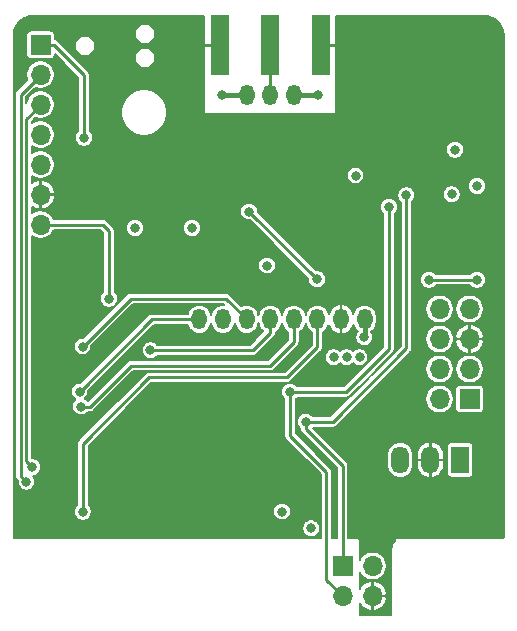
<source format=gbl>
G04 #@! TF.GenerationSoftware,KiCad,Pcbnew,(5.1.9-0-10_14)*
G04 #@! TF.CreationDate,2021-10-19T11:17:07+02:00*
G04 #@! TF.ProjectId,ithowifi_4l,6974686f-7769-4666-995f-346c2e6b6963,rev?*
G04 #@! TF.SameCoordinates,Original*
G04 #@! TF.FileFunction,Copper,L4,Bot*
G04 #@! TF.FilePolarity,Positive*
%FSLAX46Y46*%
G04 Gerber Fmt 4.6, Leading zero omitted, Abs format (unit mm)*
G04 Created by KiCad (PCBNEW (5.1.9-0-10_14)) date 2021-10-19 11:17:07*
%MOMM*%
%LPD*%
G01*
G04 APERTURE LIST*
G04 #@! TA.AperFunction,ComponentPad*
%ADD10C,1.500000*%
G04 #@! TD*
G04 #@! TA.AperFunction,SMDPad,CuDef*
%ADD11O,1.300000X1.750000*%
G04 #@! TD*
G04 #@! TA.AperFunction,ComponentPad*
%ADD12O,1.700000X1.700000*%
G04 #@! TD*
G04 #@! TA.AperFunction,ComponentPad*
%ADD13R,1.700000X1.700000*%
G04 #@! TD*
G04 #@! TA.AperFunction,SMDPad,CuDef*
%ADD14R,1.500000X5.080000*%
G04 #@! TD*
G04 #@! TA.AperFunction,ComponentPad*
%ADD15O,1.500000X2.300000*%
G04 #@! TD*
G04 #@! TA.AperFunction,ComponentPad*
%ADD16R,1.500000X2.300000*%
G04 #@! TD*
G04 #@! TA.AperFunction,ViaPad*
%ADD17C,0.800000*%
G04 #@! TD*
G04 #@! TA.AperFunction,Conductor*
%ADD18C,0.406400*%
G04 #@! TD*
G04 #@! TA.AperFunction,Conductor*
%ADD19C,0.250000*%
G04 #@! TD*
G04 #@! TA.AperFunction,Conductor*
%ADD20C,0.254000*%
G04 #@! TD*
G04 #@! TA.AperFunction,Conductor*
%ADD21C,0.293370*%
G04 #@! TD*
G04 #@! TA.AperFunction,Conductor*
%ADD22C,0.203200*%
G04 #@! TD*
G04 #@! TA.AperFunction,Conductor*
%ADD23C,0.100000*%
G04 #@! TD*
G04 APERTURE END LIST*
D10*
X105182180Y-109251460D03*
D11*
X107172000Y-112039000D03*
X105172000Y-112039000D03*
X103172000Y-112039000D03*
X99172000Y-131039000D03*
X101172000Y-131039000D03*
X103172000Y-131039000D03*
X105172000Y-131039000D03*
X107172000Y-131039000D03*
X109172000Y-131039000D03*
X111172000Y-131039000D03*
X113172000Y-131039000D03*
D12*
X113832000Y-154468000D03*
X111292000Y-154468000D03*
X113832000Y-151928000D03*
D13*
X111292000Y-151928000D03*
D12*
X85725000Y-123037600D03*
X85725000Y-120497600D03*
X85725000Y-117957600D03*
X85725000Y-115417600D03*
X85725000Y-112877600D03*
X85725000Y-110337600D03*
D13*
X85725000Y-107797600D03*
D14*
X100931400Y-107848400D03*
X109431400Y-107848400D03*
X105181400Y-107848400D03*
D15*
X116179600Y-142951200D03*
X118719600Y-142951200D03*
D16*
X121259600Y-142951200D03*
D13*
X122047000Y-137795000D03*
D12*
X119507000Y-137795000D03*
X122047000Y-135255000D03*
X119507000Y-135255000D03*
X122047000Y-132715000D03*
X119507000Y-132715000D03*
X122047000Y-130175000D03*
X119507000Y-130175000D03*
D17*
X95250000Y-139700000D03*
X98806000Y-139700000D03*
X97028000Y-139700000D03*
X98806000Y-142748000D03*
X97028000Y-142748000D03*
X95250000Y-142748000D03*
X95250000Y-141224000D03*
X98806000Y-141224000D03*
X97028000Y-141224000D03*
X99187000Y-105918000D03*
X99187000Y-107442000D03*
X99187000Y-109093000D03*
X101092000Y-112014000D03*
X109220000Y-112014000D03*
X101727000Y-132715000D03*
X89154000Y-148590000D03*
X106172000Y-148590000D03*
X99187000Y-110871000D03*
X99187000Y-112522000D03*
X99187000Y-114173000D03*
X111125000Y-105918000D03*
X111125000Y-107442000D03*
X111125000Y-109093000D03*
X111125000Y-110871000D03*
X111125000Y-114173000D03*
X111125000Y-112522000D03*
X105918000Y-114173000D03*
X109220000Y-114173000D03*
X102489000Y-114173000D03*
X104140000Y-114173000D03*
X100965000Y-114173000D03*
X107569000Y-114173000D03*
X102432000Y-138568000D03*
X112032000Y-139368000D03*
X111632000Y-124168000D03*
X112732000Y-124168000D03*
X110532000Y-124168000D03*
X86741000Y-128270000D03*
X122682000Y-127698500D03*
X118618000Y-127698500D03*
X106172000Y-147320000D03*
X122682000Y-119761000D03*
X108631500Y-148751000D03*
X120532000Y-120468000D03*
X120813090Y-116686900D03*
X111632000Y-134268000D03*
X112732000Y-134268000D03*
X110532000Y-134268000D03*
X113132002Y-132568000D03*
X112395000Y-118872000D03*
X98552000Y-123317000D03*
X93726000Y-123317000D03*
X104902000Y-126492000D03*
X89407998Y-115671600D03*
X85039200Y-143560804D03*
X84531209Y-144805391D03*
X89309400Y-147345400D03*
X95032000Y-133668000D03*
X89154000Y-138430000D03*
X89027000Y-137160002D03*
X89281000Y-133350000D03*
X106849400Y-137185400D03*
X115232000Y-121538998D03*
X116697000Y-120539000D03*
X108174600Y-139725400D03*
X109132000Y-127668006D03*
X103378008Y-121920000D03*
X91524600Y-129294600D03*
D18*
X110946800Y-131039000D02*
X110947200Y-131038600D01*
X101117000Y-112039000D02*
X101092000Y-112014000D01*
X102672000Y-112039000D02*
X101117000Y-112039000D01*
X109195000Y-112039000D02*
X109220000Y-112014000D01*
X107672000Y-112039000D02*
X109195000Y-112039000D01*
D19*
X99593400Y-107848400D02*
X99187000Y-107442000D01*
X100931400Y-107848400D02*
X99593400Y-107848400D01*
X109431400Y-107848400D02*
X109372400Y-107848400D01*
X110718600Y-107848400D02*
X111125000Y-107442000D01*
X109431400Y-107848400D02*
X110718600Y-107848400D01*
D20*
X122682000Y-127698500D02*
X118618000Y-127698500D01*
D18*
X113172000Y-131039000D02*
X113172000Y-132528002D01*
X113172000Y-132528002D02*
X113132002Y-132568000D01*
D21*
X105172000Y-107857800D02*
X105181400Y-107848400D01*
X105172000Y-112039000D02*
X105172000Y-107857800D01*
D20*
X85725000Y-107797600D02*
X86829000Y-107797600D01*
X86829000Y-107797600D02*
X89407998Y-110376598D01*
X89407998Y-110376598D02*
X89407998Y-115671600D01*
D19*
X85725000Y-112877600D02*
X84498611Y-114103989D01*
X84498611Y-114103989D02*
X84498611Y-143020215D01*
X84498611Y-143020215D02*
X85039200Y-143560804D01*
X84048600Y-144322782D02*
X84531209Y-144805391D01*
X85725000Y-110337600D02*
X84048600Y-112014000D01*
X84048600Y-112014000D02*
X84048600Y-144322782D01*
D20*
X89309400Y-141576600D02*
X89309400Y-147345400D01*
X94918000Y-135968000D02*
X89309400Y-141576600D01*
X106602000Y-135968000D02*
X94918000Y-135968000D01*
X109172000Y-133398000D02*
X106602000Y-135968000D01*
X109172000Y-131039000D02*
X109172000Y-133398000D01*
X105172000Y-132168000D02*
X103672000Y-133668000D01*
X105172000Y-131039000D02*
X105172000Y-132168000D01*
X103672000Y-133668000D02*
X95032000Y-133668000D01*
X107172000Y-131039000D02*
X107172000Y-132985000D01*
X107172000Y-132985000D02*
X105189000Y-134968000D01*
X105189000Y-134968000D02*
X93378000Y-134968000D01*
X93378000Y-134968000D02*
X89916000Y-138430000D01*
X89916000Y-138430000D02*
X89154000Y-138430000D01*
X99489000Y-131039000D02*
X99441000Y-131087000D01*
X99172000Y-131039000D02*
X95148002Y-131039000D01*
X95148002Y-131039000D02*
X89027000Y-137160002D01*
X93345000Y-129286000D02*
X89281000Y-133350000D01*
X103172000Y-131039000D02*
X101419000Y-129286000D01*
X101419000Y-129286000D02*
X93345000Y-129286000D01*
X106849400Y-140885400D02*
X106849400Y-137185400D01*
X109932000Y-153108000D02*
X109932000Y-143968000D01*
X109932000Y-143968000D02*
X106849400Y-140885400D01*
X111292000Y-154468000D02*
X109932000Y-153108000D01*
X115232000Y-133568000D02*
X115232000Y-121538998D01*
X106849400Y-137185400D02*
X111614600Y-137185400D01*
X111614600Y-137185400D02*
X115232000Y-133568000D01*
X111292000Y-151928000D02*
X111292000Y-143428000D01*
X108174600Y-140310600D02*
X108174600Y-139725400D01*
X111292000Y-143428000D02*
X108174600Y-140310600D01*
X110474600Y-139725400D02*
X108174600Y-139725400D01*
X116697000Y-133503000D02*
X110474600Y-139725400D01*
X116697000Y-120539000D02*
X116697000Y-133503000D01*
X109132000Y-127668006D02*
X103383994Y-121920000D01*
X103383994Y-121920000D02*
X103378008Y-121920000D01*
D19*
X91524600Y-123579600D02*
X91524600Y-129294600D01*
X85725000Y-123037600D02*
X90982600Y-123037600D01*
X90982600Y-123037600D02*
X91524600Y-123579600D01*
D22*
X99593400Y-113538000D02*
X99595352Y-113557821D01*
X99601134Y-113576881D01*
X99610523Y-113594446D01*
X99623158Y-113609842D01*
X99638554Y-113622477D01*
X99656119Y-113631866D01*
X99675179Y-113637648D01*
X99695000Y-113639600D01*
X110617000Y-113639600D01*
X110636821Y-113637648D01*
X110655881Y-113631866D01*
X110673446Y-113622477D01*
X110688842Y-113609842D01*
X110701477Y-113594446D01*
X110710866Y-113576881D01*
X110716648Y-113557821D01*
X110718600Y-113538000D01*
X110718600Y-105373600D01*
X123312165Y-105373600D01*
X123641308Y-105405873D01*
X123938841Y-105495703D01*
X124213253Y-105641612D01*
X124454097Y-105838041D01*
X124652203Y-106077508D01*
X124800026Y-106350901D01*
X124891929Y-106647793D01*
X124926400Y-106975759D01*
X124926401Y-149448158D01*
X124922695Y-149485957D01*
X124917480Y-149503228D01*
X124909006Y-149519166D01*
X124897606Y-149533144D01*
X124883695Y-149544652D01*
X124867829Y-149553231D01*
X124850590Y-149558567D01*
X124814122Y-149562400D01*
X116312079Y-149562400D01*
X116294786Y-149564103D01*
X116291750Y-149564082D01*
X116286113Y-149564634D01*
X116269310Y-149566400D01*
X115832000Y-149566400D01*
X115812179Y-149568352D01*
X115793119Y-149574134D01*
X115775554Y-149583523D01*
X115760158Y-149596158D01*
X115747523Y-149611554D01*
X115738134Y-149629119D01*
X115732352Y-149648179D01*
X115730400Y-149668000D01*
X115730400Y-149793463D01*
X115718675Y-149803163D01*
X115692783Y-149829238D01*
X115666510Y-149854966D01*
X115662900Y-149859329D01*
X115601224Y-149934950D01*
X115580887Y-149965560D01*
X115560108Y-149995907D01*
X115557414Y-150000888D01*
X115511602Y-150087049D01*
X115497585Y-150121059D01*
X115483114Y-150154822D01*
X115481439Y-150160232D01*
X115453234Y-150253650D01*
X115446094Y-150289709D01*
X115438450Y-150325673D01*
X115437858Y-150331305D01*
X115428336Y-150428422D01*
X115428336Y-150428432D01*
X115426401Y-150448079D01*
X115426400Y-155948168D01*
X115422695Y-155985957D01*
X115417480Y-156003228D01*
X115409006Y-156019166D01*
X115397606Y-156033144D01*
X115383695Y-156044652D01*
X115367829Y-156053231D01*
X115350590Y-156058567D01*
X115314122Y-156062400D01*
X112733600Y-156062400D01*
X112733600Y-155065585D01*
X112800829Y-155185795D01*
X112960677Y-155373174D01*
X113154010Y-155525768D01*
X113373398Y-155637712D01*
X113610409Y-155704705D01*
X113806600Y-155622544D01*
X113806600Y-154493400D01*
X113857400Y-154493400D01*
X113857400Y-155622544D01*
X114053591Y-155704705D01*
X114290602Y-155637712D01*
X114509990Y-155525768D01*
X114703323Y-155373174D01*
X114863171Y-155185795D01*
X114983392Y-154970831D01*
X115059366Y-154736544D01*
X115068704Y-154689591D01*
X114986521Y-154493400D01*
X113857400Y-154493400D01*
X113806600Y-154493400D01*
X113786600Y-154493400D01*
X113786600Y-154442600D01*
X113806600Y-154442600D01*
X113806600Y-153313456D01*
X113857400Y-153313456D01*
X113857400Y-154442600D01*
X114986521Y-154442600D01*
X115068704Y-154246409D01*
X115059366Y-154199456D01*
X114983392Y-153965169D01*
X114863171Y-153750205D01*
X114703323Y-153562826D01*
X114509990Y-153410232D01*
X114290602Y-153298288D01*
X114053591Y-153231295D01*
X113857400Y-153313456D01*
X113806600Y-153313456D01*
X113610409Y-153231295D01*
X113373398Y-153298288D01*
X113154010Y-153410232D01*
X112960677Y-153562826D01*
X112800829Y-153750205D01*
X112733600Y-153870415D01*
X112733600Y-152426612D01*
X112763611Y-152499066D01*
X112895550Y-152696525D01*
X113063475Y-152864450D01*
X113260934Y-152996389D01*
X113480340Y-153087269D01*
X113713259Y-153133600D01*
X113950741Y-153133600D01*
X114183660Y-153087269D01*
X114403066Y-152996389D01*
X114600525Y-152864450D01*
X114768450Y-152696525D01*
X114900389Y-152499066D01*
X114991269Y-152279660D01*
X115037600Y-152046741D01*
X115037600Y-151809259D01*
X114991269Y-151576340D01*
X114900389Y-151356934D01*
X114768450Y-151159475D01*
X114600525Y-150991550D01*
X114403066Y-150859611D01*
X114183660Y-150768731D01*
X113950741Y-150722400D01*
X113713259Y-150722400D01*
X113480340Y-150768731D01*
X113260934Y-150859611D01*
X113063475Y-150991550D01*
X112895550Y-151159475D01*
X112763611Y-151356934D01*
X112733600Y-151429388D01*
X112733600Y-149668000D01*
X112731648Y-149648179D01*
X112725866Y-149629119D01*
X112716477Y-149611554D01*
X112703842Y-149596158D01*
X112688446Y-149583523D01*
X112670881Y-149574134D01*
X112651821Y-149568352D01*
X112632000Y-149566400D01*
X111774600Y-149566400D01*
X111774600Y-143451696D01*
X111776934Y-143427999D01*
X111774600Y-143404302D01*
X111774600Y-143404293D01*
X111767617Y-143333394D01*
X111740022Y-143242423D01*
X111695209Y-143158585D01*
X111634901Y-143085099D01*
X111616482Y-143069983D01*
X111043391Y-142496892D01*
X115074000Y-142496892D01*
X115074000Y-143405507D01*
X115089998Y-143567934D01*
X115153217Y-143776341D01*
X115255880Y-143968410D01*
X115394040Y-144136760D01*
X115562390Y-144274920D01*
X115754458Y-144377583D01*
X115962865Y-144440802D01*
X116179600Y-144462149D01*
X116396334Y-144440802D01*
X116604741Y-144377583D01*
X116796810Y-144274920D01*
X116965160Y-144136760D01*
X117103320Y-143968410D01*
X117205983Y-143776342D01*
X117269202Y-143567935D01*
X117285200Y-143405508D01*
X117285200Y-142976600D01*
X117563200Y-142976600D01*
X117563200Y-143376600D01*
X117590375Y-143601714D01*
X117660946Y-143817201D01*
X117772200Y-144014780D01*
X117919862Y-144186858D01*
X118098258Y-144326822D01*
X118300531Y-144429294D01*
X118513656Y-144489114D01*
X118694200Y-144405694D01*
X118694200Y-142976600D01*
X118745000Y-142976600D01*
X118745000Y-144405694D01*
X118925544Y-144489114D01*
X119138669Y-144429294D01*
X119340942Y-144326822D01*
X119519338Y-144186858D01*
X119667000Y-144014780D01*
X119778254Y-143817201D01*
X119848825Y-143601714D01*
X119876000Y-143376600D01*
X119876000Y-142976600D01*
X118745000Y-142976600D01*
X118694200Y-142976600D01*
X117563200Y-142976600D01*
X117285200Y-142976600D01*
X117285200Y-142525800D01*
X117563200Y-142525800D01*
X117563200Y-142925800D01*
X118694200Y-142925800D01*
X118694200Y-141496706D01*
X118745000Y-141496706D01*
X118745000Y-142925800D01*
X119876000Y-142925800D01*
X119876000Y-142525800D01*
X119848825Y-142300686D01*
X119778254Y-142085199D01*
X119667000Y-141887620D01*
X119592843Y-141801200D01*
X120152280Y-141801200D01*
X120152280Y-144101200D01*
X120159146Y-144170910D01*
X120179479Y-144237940D01*
X120212499Y-144299716D01*
X120256937Y-144353863D01*
X120311084Y-144398301D01*
X120372860Y-144431321D01*
X120439890Y-144451654D01*
X120509600Y-144458520D01*
X122009600Y-144458520D01*
X122079310Y-144451654D01*
X122146340Y-144431321D01*
X122208116Y-144398301D01*
X122262263Y-144353863D01*
X122306701Y-144299716D01*
X122339721Y-144237940D01*
X122360054Y-144170910D01*
X122366920Y-144101200D01*
X122366920Y-141801200D01*
X122360054Y-141731490D01*
X122339721Y-141664460D01*
X122306701Y-141602684D01*
X122262263Y-141548537D01*
X122208116Y-141504099D01*
X122146340Y-141471079D01*
X122079310Y-141450746D01*
X122009600Y-141443880D01*
X120509600Y-141443880D01*
X120439890Y-141450746D01*
X120372860Y-141471079D01*
X120311084Y-141504099D01*
X120256937Y-141548537D01*
X120212499Y-141602684D01*
X120179479Y-141664460D01*
X120159146Y-141731490D01*
X120152280Y-141801200D01*
X119592843Y-141801200D01*
X119519338Y-141715542D01*
X119340942Y-141575578D01*
X119138669Y-141473106D01*
X118925544Y-141413286D01*
X118745000Y-141496706D01*
X118694200Y-141496706D01*
X118513656Y-141413286D01*
X118300531Y-141473106D01*
X118098258Y-141575578D01*
X117919862Y-141715542D01*
X117772200Y-141887620D01*
X117660946Y-142085199D01*
X117590375Y-142300686D01*
X117563200Y-142525800D01*
X117285200Y-142525800D01*
X117285200Y-142496893D01*
X117269202Y-142334466D01*
X117205983Y-142126058D01*
X117103320Y-141933990D01*
X116965160Y-141765640D01*
X116796810Y-141627480D01*
X116604742Y-141524817D01*
X116396335Y-141461598D01*
X116179600Y-141440251D01*
X115962866Y-141461598D01*
X115754459Y-141524817D01*
X115562391Y-141627480D01*
X115394041Y-141765640D01*
X115255881Y-141933990D01*
X115153218Y-142126058D01*
X115089998Y-142334465D01*
X115074000Y-142496892D01*
X111043391Y-142496892D01*
X108757540Y-140211041D01*
X108760580Y-140208000D01*
X110450895Y-140208000D01*
X110474600Y-140210335D01*
X110498305Y-140208000D01*
X110498307Y-140208000D01*
X110569206Y-140201017D01*
X110660177Y-140173422D01*
X110744015Y-140128609D01*
X110817501Y-140068301D01*
X110832617Y-140049882D01*
X113206240Y-137676259D01*
X118301400Y-137676259D01*
X118301400Y-137913741D01*
X118347731Y-138146660D01*
X118438611Y-138366066D01*
X118570550Y-138563525D01*
X118738475Y-138731450D01*
X118935934Y-138863389D01*
X119155340Y-138954269D01*
X119388259Y-139000600D01*
X119625741Y-139000600D01*
X119858660Y-138954269D01*
X120078066Y-138863389D01*
X120275525Y-138731450D01*
X120443450Y-138563525D01*
X120575389Y-138366066D01*
X120666269Y-138146660D01*
X120712600Y-137913741D01*
X120712600Y-137676259D01*
X120666269Y-137443340D01*
X120575389Y-137223934D01*
X120443450Y-137026475D01*
X120361975Y-136945000D01*
X120839680Y-136945000D01*
X120839680Y-138645000D01*
X120846546Y-138714710D01*
X120866879Y-138781740D01*
X120899899Y-138843516D01*
X120944337Y-138897663D01*
X120998484Y-138942101D01*
X121060260Y-138975121D01*
X121127290Y-138995454D01*
X121197000Y-139002320D01*
X122897000Y-139002320D01*
X122966710Y-138995454D01*
X123033740Y-138975121D01*
X123095516Y-138942101D01*
X123149663Y-138897663D01*
X123194101Y-138843516D01*
X123227121Y-138781740D01*
X123247454Y-138714710D01*
X123254320Y-138645000D01*
X123254320Y-136945000D01*
X123247454Y-136875290D01*
X123227121Y-136808260D01*
X123194101Y-136746484D01*
X123149663Y-136692337D01*
X123095516Y-136647899D01*
X123033740Y-136614879D01*
X122966710Y-136594546D01*
X122897000Y-136587680D01*
X121197000Y-136587680D01*
X121127290Y-136594546D01*
X121060260Y-136614879D01*
X120998484Y-136647899D01*
X120944337Y-136692337D01*
X120899899Y-136746484D01*
X120866879Y-136808260D01*
X120846546Y-136875290D01*
X120839680Y-136945000D01*
X120361975Y-136945000D01*
X120275525Y-136858550D01*
X120078066Y-136726611D01*
X119858660Y-136635731D01*
X119625741Y-136589400D01*
X119388259Y-136589400D01*
X119155340Y-136635731D01*
X118935934Y-136726611D01*
X118738475Y-136858550D01*
X118570550Y-137026475D01*
X118438611Y-137223934D01*
X118347731Y-137443340D01*
X118301400Y-137676259D01*
X113206240Y-137676259D01*
X115746240Y-135136259D01*
X118301400Y-135136259D01*
X118301400Y-135373741D01*
X118347731Y-135606660D01*
X118438611Y-135826066D01*
X118570550Y-136023525D01*
X118738475Y-136191450D01*
X118935934Y-136323389D01*
X119155340Y-136414269D01*
X119388259Y-136460600D01*
X119625741Y-136460600D01*
X119858660Y-136414269D01*
X120078066Y-136323389D01*
X120275525Y-136191450D01*
X120443450Y-136023525D01*
X120575389Y-135826066D01*
X120666269Y-135606660D01*
X120712600Y-135373741D01*
X120712600Y-135136259D01*
X120841400Y-135136259D01*
X120841400Y-135373741D01*
X120887731Y-135606660D01*
X120978611Y-135826066D01*
X121110550Y-136023525D01*
X121278475Y-136191450D01*
X121475934Y-136323389D01*
X121695340Y-136414269D01*
X121928259Y-136460600D01*
X122165741Y-136460600D01*
X122398660Y-136414269D01*
X122618066Y-136323389D01*
X122815525Y-136191450D01*
X122983450Y-136023525D01*
X123115389Y-135826066D01*
X123206269Y-135606660D01*
X123252600Y-135373741D01*
X123252600Y-135136259D01*
X123206269Y-134903340D01*
X123115389Y-134683934D01*
X122983450Y-134486475D01*
X122815525Y-134318550D01*
X122618066Y-134186611D01*
X122398660Y-134095731D01*
X122165741Y-134049400D01*
X121928259Y-134049400D01*
X121695340Y-134095731D01*
X121475934Y-134186611D01*
X121278475Y-134318550D01*
X121110550Y-134486475D01*
X120978611Y-134683934D01*
X120887731Y-134903340D01*
X120841400Y-135136259D01*
X120712600Y-135136259D01*
X120666269Y-134903340D01*
X120575389Y-134683934D01*
X120443450Y-134486475D01*
X120275525Y-134318550D01*
X120078066Y-134186611D01*
X119858660Y-134095731D01*
X119625741Y-134049400D01*
X119388259Y-134049400D01*
X119155340Y-134095731D01*
X118935934Y-134186611D01*
X118738475Y-134318550D01*
X118570550Y-134486475D01*
X118438611Y-134683934D01*
X118347731Y-134903340D01*
X118301400Y-135136259D01*
X115746240Y-135136259D01*
X117021482Y-133861017D01*
X117039901Y-133845901D01*
X117100209Y-133772415D01*
X117145022Y-133688577D01*
X117172617Y-133597606D01*
X117179600Y-133526707D01*
X117179600Y-133526698D01*
X117181934Y-133503001D01*
X117179600Y-133479304D01*
X117179600Y-132596259D01*
X118301400Y-132596259D01*
X118301400Y-132833741D01*
X118347731Y-133066660D01*
X118438611Y-133286066D01*
X118570550Y-133483525D01*
X118738475Y-133651450D01*
X118935934Y-133783389D01*
X119155340Y-133874269D01*
X119388259Y-133920600D01*
X119625741Y-133920600D01*
X119858660Y-133874269D01*
X120078066Y-133783389D01*
X120275525Y-133651450D01*
X120443450Y-133483525D01*
X120575389Y-133286066D01*
X120666269Y-133066660D01*
X120692141Y-132936591D01*
X120810296Y-132936591D01*
X120819634Y-132983544D01*
X120895608Y-133217831D01*
X121015829Y-133432795D01*
X121175677Y-133620174D01*
X121369010Y-133772768D01*
X121588398Y-133884712D01*
X121825409Y-133951705D01*
X122021600Y-133869544D01*
X122021600Y-132740400D01*
X122072400Y-132740400D01*
X122072400Y-133869544D01*
X122268591Y-133951705D01*
X122505602Y-133884712D01*
X122724990Y-133772768D01*
X122918323Y-133620174D01*
X123078171Y-133432795D01*
X123198392Y-133217831D01*
X123274366Y-132983544D01*
X123283704Y-132936591D01*
X123201521Y-132740400D01*
X122072400Y-132740400D01*
X122021600Y-132740400D01*
X120892479Y-132740400D01*
X120810296Y-132936591D01*
X120692141Y-132936591D01*
X120712600Y-132833741D01*
X120712600Y-132596259D01*
X120692142Y-132493409D01*
X120810296Y-132493409D01*
X120892479Y-132689600D01*
X122021600Y-132689600D01*
X122021600Y-131560456D01*
X122072400Y-131560456D01*
X122072400Y-132689600D01*
X123201521Y-132689600D01*
X123283704Y-132493409D01*
X123274366Y-132446456D01*
X123198392Y-132212169D01*
X123078171Y-131997205D01*
X122918323Y-131809826D01*
X122724990Y-131657232D01*
X122505602Y-131545288D01*
X122268591Y-131478295D01*
X122072400Y-131560456D01*
X122021600Y-131560456D01*
X121825409Y-131478295D01*
X121588398Y-131545288D01*
X121369010Y-131657232D01*
X121175677Y-131809826D01*
X121015829Y-131997205D01*
X120895608Y-132212169D01*
X120819634Y-132446456D01*
X120810296Y-132493409D01*
X120692142Y-132493409D01*
X120666269Y-132363340D01*
X120575389Y-132143934D01*
X120443450Y-131946475D01*
X120275525Y-131778550D01*
X120078066Y-131646611D01*
X119858660Y-131555731D01*
X119625741Y-131509400D01*
X119388259Y-131509400D01*
X119155340Y-131555731D01*
X118935934Y-131646611D01*
X118738475Y-131778550D01*
X118570550Y-131946475D01*
X118438611Y-132143934D01*
X118347731Y-132363340D01*
X118301400Y-132596259D01*
X117179600Y-132596259D01*
X117179600Y-130056259D01*
X118301400Y-130056259D01*
X118301400Y-130293741D01*
X118347731Y-130526660D01*
X118438611Y-130746066D01*
X118570550Y-130943525D01*
X118738475Y-131111450D01*
X118935934Y-131243389D01*
X119155340Y-131334269D01*
X119388259Y-131380600D01*
X119625741Y-131380600D01*
X119858660Y-131334269D01*
X120078066Y-131243389D01*
X120275525Y-131111450D01*
X120443450Y-130943525D01*
X120575389Y-130746066D01*
X120666269Y-130526660D01*
X120712600Y-130293741D01*
X120712600Y-130056259D01*
X120841400Y-130056259D01*
X120841400Y-130293741D01*
X120887731Y-130526660D01*
X120978611Y-130746066D01*
X121110550Y-130943525D01*
X121278475Y-131111450D01*
X121475934Y-131243389D01*
X121695340Y-131334269D01*
X121928259Y-131380600D01*
X122165741Y-131380600D01*
X122398660Y-131334269D01*
X122618066Y-131243389D01*
X122815525Y-131111450D01*
X122983450Y-130943525D01*
X123115389Y-130746066D01*
X123206269Y-130526660D01*
X123252600Y-130293741D01*
X123252600Y-130056259D01*
X123206269Y-129823340D01*
X123115389Y-129603934D01*
X122983450Y-129406475D01*
X122815525Y-129238550D01*
X122618066Y-129106611D01*
X122398660Y-129015731D01*
X122165741Y-128969400D01*
X121928259Y-128969400D01*
X121695340Y-129015731D01*
X121475934Y-129106611D01*
X121278475Y-129238550D01*
X121110550Y-129406475D01*
X120978611Y-129603934D01*
X120887731Y-129823340D01*
X120841400Y-130056259D01*
X120712600Y-130056259D01*
X120666269Y-129823340D01*
X120575389Y-129603934D01*
X120443450Y-129406475D01*
X120275525Y-129238550D01*
X120078066Y-129106611D01*
X119858660Y-129015731D01*
X119625741Y-128969400D01*
X119388259Y-128969400D01*
X119155340Y-129015731D01*
X118935934Y-129106611D01*
X118738475Y-129238550D01*
X118570550Y-129406475D01*
X118438611Y-129603934D01*
X118347731Y-129823340D01*
X118301400Y-130056259D01*
X117179600Y-130056259D01*
X117179600Y-127624080D01*
X117862400Y-127624080D01*
X117862400Y-127772920D01*
X117891437Y-127918900D01*
X117948396Y-128056411D01*
X118031087Y-128180167D01*
X118136333Y-128285413D01*
X118260089Y-128368104D01*
X118397600Y-128425063D01*
X118543580Y-128454100D01*
X118692420Y-128454100D01*
X118838400Y-128425063D01*
X118975911Y-128368104D01*
X119099667Y-128285413D01*
X119203980Y-128181100D01*
X122096020Y-128181100D01*
X122200333Y-128285413D01*
X122324089Y-128368104D01*
X122461600Y-128425063D01*
X122607580Y-128454100D01*
X122756420Y-128454100D01*
X122902400Y-128425063D01*
X123039911Y-128368104D01*
X123163667Y-128285413D01*
X123268913Y-128180167D01*
X123351604Y-128056411D01*
X123408563Y-127918900D01*
X123437600Y-127772920D01*
X123437600Y-127624080D01*
X123408563Y-127478100D01*
X123351604Y-127340589D01*
X123268913Y-127216833D01*
X123163667Y-127111587D01*
X123039911Y-127028896D01*
X122902400Y-126971937D01*
X122756420Y-126942900D01*
X122607580Y-126942900D01*
X122461600Y-126971937D01*
X122324089Y-127028896D01*
X122200333Y-127111587D01*
X122096020Y-127215900D01*
X119203980Y-127215900D01*
X119099667Y-127111587D01*
X118975911Y-127028896D01*
X118838400Y-126971937D01*
X118692420Y-126942900D01*
X118543580Y-126942900D01*
X118397600Y-126971937D01*
X118260089Y-127028896D01*
X118136333Y-127111587D01*
X118031087Y-127216833D01*
X117948396Y-127340589D01*
X117891437Y-127478100D01*
X117862400Y-127624080D01*
X117179600Y-127624080D01*
X117179600Y-121124980D01*
X117283913Y-121020667D01*
X117366604Y-120896911D01*
X117423563Y-120759400D01*
X117452600Y-120613420D01*
X117452600Y-120464580D01*
X117438478Y-120393580D01*
X119776400Y-120393580D01*
X119776400Y-120542420D01*
X119805437Y-120688400D01*
X119862396Y-120825911D01*
X119945087Y-120949667D01*
X120050333Y-121054913D01*
X120174089Y-121137604D01*
X120311600Y-121194563D01*
X120457580Y-121223600D01*
X120606420Y-121223600D01*
X120752400Y-121194563D01*
X120889911Y-121137604D01*
X121013667Y-121054913D01*
X121118913Y-120949667D01*
X121201604Y-120825911D01*
X121258563Y-120688400D01*
X121287600Y-120542420D01*
X121287600Y-120393580D01*
X121258563Y-120247600D01*
X121201604Y-120110089D01*
X121118913Y-119986333D01*
X121013667Y-119881087D01*
X120889911Y-119798396D01*
X120752400Y-119741437D01*
X120606420Y-119712400D01*
X120457580Y-119712400D01*
X120311600Y-119741437D01*
X120174089Y-119798396D01*
X120050333Y-119881087D01*
X119945087Y-119986333D01*
X119862396Y-120110089D01*
X119805437Y-120247600D01*
X119776400Y-120393580D01*
X117438478Y-120393580D01*
X117423563Y-120318600D01*
X117366604Y-120181089D01*
X117283913Y-120057333D01*
X117178667Y-119952087D01*
X117054911Y-119869396D01*
X116917400Y-119812437D01*
X116771420Y-119783400D01*
X116622580Y-119783400D01*
X116476600Y-119812437D01*
X116339089Y-119869396D01*
X116215333Y-119952087D01*
X116110087Y-120057333D01*
X116027396Y-120181089D01*
X115970437Y-120318600D01*
X115941400Y-120464580D01*
X115941400Y-120613420D01*
X115970437Y-120759400D01*
X116027396Y-120896911D01*
X116110087Y-121020667D01*
X116214400Y-121124980D01*
X116214401Y-133303100D01*
X110274701Y-139242800D01*
X108760580Y-139242800D01*
X108656267Y-139138487D01*
X108532511Y-139055796D01*
X108395000Y-138998837D01*
X108249020Y-138969800D01*
X108100180Y-138969800D01*
X107954200Y-138998837D01*
X107816689Y-139055796D01*
X107692933Y-139138487D01*
X107587687Y-139243733D01*
X107504996Y-139367489D01*
X107448037Y-139505000D01*
X107419000Y-139650980D01*
X107419000Y-139799820D01*
X107448037Y-139945800D01*
X107504996Y-140083311D01*
X107587687Y-140207067D01*
X107689804Y-140309184D01*
X107689665Y-140310600D01*
X107692000Y-140334305D01*
X107692000Y-140334306D01*
X107698983Y-140405205D01*
X107726578Y-140496176D01*
X107771391Y-140580015D01*
X107831699Y-140653501D01*
X107850118Y-140668617D01*
X110809401Y-143627900D01*
X110809400Y-149566400D01*
X110414600Y-149566400D01*
X110414600Y-143991707D01*
X110416935Y-143968000D01*
X110407617Y-143873393D01*
X110380022Y-143782423D01*
X110335208Y-143698584D01*
X110290013Y-143643513D01*
X110290012Y-143643512D01*
X110274901Y-143625099D01*
X110256488Y-143609988D01*
X107332000Y-140685501D01*
X107332000Y-137771380D01*
X107435380Y-137668000D01*
X111590895Y-137668000D01*
X111614600Y-137670335D01*
X111638305Y-137668000D01*
X111638307Y-137668000D01*
X111709206Y-137661017D01*
X111800177Y-137633422D01*
X111884015Y-137588609D01*
X111957501Y-137528301D01*
X111972617Y-137509882D01*
X115556488Y-133926012D01*
X115574901Y-133910901D01*
X115635209Y-133837415D01*
X115680022Y-133753577D01*
X115707617Y-133662606D01*
X115714600Y-133591707D01*
X115714600Y-133591706D01*
X115716935Y-133568001D01*
X115714600Y-133544296D01*
X115714600Y-122124978D01*
X115818913Y-122020665D01*
X115901604Y-121896909D01*
X115958563Y-121759398D01*
X115987600Y-121613418D01*
X115987600Y-121464578D01*
X115958563Y-121318598D01*
X115901604Y-121181087D01*
X115818913Y-121057331D01*
X115713667Y-120952085D01*
X115589911Y-120869394D01*
X115452400Y-120812435D01*
X115306420Y-120783398D01*
X115157580Y-120783398D01*
X115011600Y-120812435D01*
X114874089Y-120869394D01*
X114750333Y-120952085D01*
X114645087Y-121057331D01*
X114562396Y-121181087D01*
X114505437Y-121318598D01*
X114476400Y-121464578D01*
X114476400Y-121613418D01*
X114505437Y-121759398D01*
X114562396Y-121896909D01*
X114645087Y-122020665D01*
X114749401Y-122124979D01*
X114749400Y-133368100D01*
X111414701Y-136702800D01*
X107435380Y-136702800D01*
X107331067Y-136598487D01*
X107207311Y-136515796D01*
X107069800Y-136458837D01*
X106923820Y-136429800D01*
X106774980Y-136429800D01*
X106629000Y-136458837D01*
X106491489Y-136515796D01*
X106367733Y-136598487D01*
X106262487Y-136703733D01*
X106179796Y-136827489D01*
X106122837Y-136965000D01*
X106093800Y-137110980D01*
X106093800Y-137259820D01*
X106122837Y-137405800D01*
X106179796Y-137543311D01*
X106262487Y-137667067D01*
X106366801Y-137771381D01*
X106366800Y-140861695D01*
X106364465Y-140885400D01*
X106366800Y-140909105D01*
X106366800Y-140909106D01*
X106373783Y-140980005D01*
X106401378Y-141070976D01*
X106446191Y-141154815D01*
X106506499Y-141228301D01*
X106524918Y-141243417D01*
X109449401Y-144167901D01*
X109449400Y-149566400D01*
X104692534Y-149566400D01*
X104651921Y-149562400D01*
X104632000Y-149560438D01*
X104612079Y-149562400D01*
X87351921Y-149562400D01*
X87332000Y-149560438D01*
X87312079Y-149562400D01*
X87271466Y-149566400D01*
X83437600Y-149566400D01*
X83437600Y-148676580D01*
X107875900Y-148676580D01*
X107875900Y-148825420D01*
X107904937Y-148971400D01*
X107961896Y-149108911D01*
X108044587Y-149232667D01*
X108149833Y-149337913D01*
X108273589Y-149420604D01*
X108411100Y-149477563D01*
X108557080Y-149506600D01*
X108705920Y-149506600D01*
X108851900Y-149477563D01*
X108989411Y-149420604D01*
X109113167Y-149337913D01*
X109218413Y-149232667D01*
X109301104Y-149108911D01*
X109358063Y-148971400D01*
X109387100Y-148825420D01*
X109387100Y-148676580D01*
X109358063Y-148530600D01*
X109301104Y-148393089D01*
X109218413Y-148269333D01*
X109113167Y-148164087D01*
X108989411Y-148081396D01*
X108851900Y-148024437D01*
X108705920Y-147995400D01*
X108557080Y-147995400D01*
X108411100Y-148024437D01*
X108273589Y-148081396D01*
X108149833Y-148164087D01*
X108044587Y-148269333D01*
X107961896Y-148393089D01*
X107904937Y-148530600D01*
X107875900Y-148676580D01*
X83437600Y-148676580D01*
X83437600Y-112014000D01*
X83565675Y-112014000D01*
X83568000Y-112037604D01*
X83568001Y-144299168D01*
X83565675Y-144322782D01*
X83570445Y-144371208D01*
X83574955Y-144416996D01*
X83583030Y-144443617D01*
X83602436Y-144507590D01*
X83647063Y-144591080D01*
X83647064Y-144591081D01*
X83707121Y-144664262D01*
X83725460Y-144679313D01*
X83775859Y-144729712D01*
X83775609Y-144730971D01*
X83775609Y-144879811D01*
X83804646Y-145025791D01*
X83861605Y-145163302D01*
X83944296Y-145287058D01*
X84049542Y-145392304D01*
X84173298Y-145474995D01*
X84310809Y-145531954D01*
X84456789Y-145560991D01*
X84605629Y-145560991D01*
X84751609Y-145531954D01*
X84889120Y-145474995D01*
X85012876Y-145392304D01*
X85118122Y-145287058D01*
X85200813Y-145163302D01*
X85257772Y-145025791D01*
X85286809Y-144879811D01*
X85286809Y-144730971D01*
X85257772Y-144584991D01*
X85200813Y-144447480D01*
X85118122Y-144323724D01*
X85110802Y-144316404D01*
X85113620Y-144316404D01*
X85259600Y-144287367D01*
X85397111Y-144230408D01*
X85520867Y-144147717D01*
X85626113Y-144042471D01*
X85708804Y-143918715D01*
X85765763Y-143781204D01*
X85794800Y-143635224D01*
X85794800Y-143486384D01*
X85765763Y-143340404D01*
X85708804Y-143202893D01*
X85626113Y-143079137D01*
X85520867Y-142973891D01*
X85397111Y-142891200D01*
X85259600Y-142834241D01*
X85113620Y-142805204D01*
X84979211Y-142805204D01*
X84979211Y-137085582D01*
X88271400Y-137085582D01*
X88271400Y-137234422D01*
X88300437Y-137380402D01*
X88357396Y-137517913D01*
X88440087Y-137641669D01*
X88545333Y-137746915D01*
X88669089Y-137829606D01*
X88683546Y-137835594D01*
X88672333Y-137843087D01*
X88567087Y-137948333D01*
X88484396Y-138072089D01*
X88427437Y-138209600D01*
X88398400Y-138355580D01*
X88398400Y-138504420D01*
X88427437Y-138650400D01*
X88484396Y-138787911D01*
X88567087Y-138911667D01*
X88672333Y-139016913D01*
X88796089Y-139099604D01*
X88933600Y-139156563D01*
X89079580Y-139185600D01*
X89228420Y-139185600D01*
X89374400Y-139156563D01*
X89511911Y-139099604D01*
X89635667Y-139016913D01*
X89739980Y-138912600D01*
X89892295Y-138912600D01*
X89916000Y-138914935D01*
X89939705Y-138912600D01*
X89939707Y-138912600D01*
X90010606Y-138905617D01*
X90101577Y-138878022D01*
X90185415Y-138833209D01*
X90258901Y-138772901D01*
X90274017Y-138754482D01*
X93577899Y-135450600D01*
X105165295Y-135450600D01*
X105189000Y-135452935D01*
X105212705Y-135450600D01*
X105212707Y-135450600D01*
X105283606Y-135443617D01*
X105374577Y-135416022D01*
X105458415Y-135371209D01*
X105531901Y-135310901D01*
X105547017Y-135292482D01*
X107496482Y-133343017D01*
X107514901Y-133327901D01*
X107575209Y-133254415D01*
X107620022Y-133170577D01*
X107647617Y-133079606D01*
X107654600Y-133008707D01*
X107654600Y-133008698D01*
X107656934Y-132985001D01*
X107654600Y-132961304D01*
X107654600Y-132146282D01*
X107733384Y-132104171D01*
X107886507Y-131978507D01*
X108012171Y-131825384D01*
X108105548Y-131650688D01*
X108163049Y-131461131D01*
X108172000Y-131370252D01*
X108180951Y-131461132D01*
X108238452Y-131650688D01*
X108331830Y-131825384D01*
X108457494Y-131978507D01*
X108610617Y-132104171D01*
X108689400Y-132146282D01*
X108689401Y-133198099D01*
X106402101Y-135485400D01*
X94941704Y-135485400D01*
X94917999Y-135483065D01*
X94894294Y-135485400D01*
X94894293Y-135485400D01*
X94823394Y-135492383D01*
X94732423Y-135519978D01*
X94648585Y-135564791D01*
X94575099Y-135625099D01*
X94559983Y-135643518D01*
X88984918Y-141218583D01*
X88966499Y-141233699D01*
X88906191Y-141307185D01*
X88861378Y-141391024D01*
X88833783Y-141481995D01*
X88827229Y-141548537D01*
X88824465Y-141576600D01*
X88826800Y-141600305D01*
X88826801Y-146759419D01*
X88722487Y-146863733D01*
X88639796Y-146987489D01*
X88582837Y-147125000D01*
X88553800Y-147270980D01*
X88553800Y-147419820D01*
X88582837Y-147565800D01*
X88639796Y-147703311D01*
X88722487Y-147827067D01*
X88827733Y-147932313D01*
X88951489Y-148015004D01*
X89089000Y-148071963D01*
X89234980Y-148101000D01*
X89383820Y-148101000D01*
X89529800Y-148071963D01*
X89667311Y-148015004D01*
X89791067Y-147932313D01*
X89896313Y-147827067D01*
X89979004Y-147703311D01*
X90035963Y-147565800D01*
X90065000Y-147419820D01*
X90065000Y-147270980D01*
X90059948Y-147245580D01*
X105416400Y-147245580D01*
X105416400Y-147394420D01*
X105445437Y-147540400D01*
X105502396Y-147677911D01*
X105585087Y-147801667D01*
X105690333Y-147906913D01*
X105814089Y-147989604D01*
X105951600Y-148046563D01*
X106097580Y-148075600D01*
X106246420Y-148075600D01*
X106392400Y-148046563D01*
X106529911Y-147989604D01*
X106653667Y-147906913D01*
X106758913Y-147801667D01*
X106841604Y-147677911D01*
X106898563Y-147540400D01*
X106927600Y-147394420D01*
X106927600Y-147245580D01*
X106898563Y-147099600D01*
X106841604Y-146962089D01*
X106758913Y-146838333D01*
X106653667Y-146733087D01*
X106529911Y-146650396D01*
X106392400Y-146593437D01*
X106246420Y-146564400D01*
X106097580Y-146564400D01*
X105951600Y-146593437D01*
X105814089Y-146650396D01*
X105690333Y-146733087D01*
X105585087Y-146838333D01*
X105502396Y-146962089D01*
X105445437Y-147099600D01*
X105416400Y-147245580D01*
X90059948Y-147245580D01*
X90035963Y-147125000D01*
X89979004Y-146987489D01*
X89896313Y-146863733D01*
X89792000Y-146759420D01*
X89792000Y-141776499D01*
X95117899Y-136450600D01*
X106578295Y-136450600D01*
X106602000Y-136452935D01*
X106625705Y-136450600D01*
X106625707Y-136450600D01*
X106696606Y-136443617D01*
X106787577Y-136416022D01*
X106871415Y-136371209D01*
X106944901Y-136310901D01*
X106960017Y-136292482D01*
X109058919Y-134193580D01*
X109776400Y-134193580D01*
X109776400Y-134342420D01*
X109805437Y-134488400D01*
X109862396Y-134625911D01*
X109945087Y-134749667D01*
X110050333Y-134854913D01*
X110174089Y-134937604D01*
X110311600Y-134994563D01*
X110457580Y-135023600D01*
X110606420Y-135023600D01*
X110752400Y-134994563D01*
X110889911Y-134937604D01*
X111013667Y-134854913D01*
X111082000Y-134786580D01*
X111150333Y-134854913D01*
X111274089Y-134937604D01*
X111411600Y-134994563D01*
X111557580Y-135023600D01*
X111706420Y-135023600D01*
X111852400Y-134994563D01*
X111989911Y-134937604D01*
X112113667Y-134854913D01*
X112182000Y-134786580D01*
X112250333Y-134854913D01*
X112374089Y-134937604D01*
X112511600Y-134994563D01*
X112657580Y-135023600D01*
X112806420Y-135023600D01*
X112952400Y-134994563D01*
X113089911Y-134937604D01*
X113213667Y-134854913D01*
X113318913Y-134749667D01*
X113401604Y-134625911D01*
X113458563Y-134488400D01*
X113487600Y-134342420D01*
X113487600Y-134193580D01*
X113458563Y-134047600D01*
X113401604Y-133910089D01*
X113318913Y-133786333D01*
X113213667Y-133681087D01*
X113089911Y-133598396D01*
X112952400Y-133541437D01*
X112806420Y-133512400D01*
X112657580Y-133512400D01*
X112511600Y-133541437D01*
X112374089Y-133598396D01*
X112250333Y-133681087D01*
X112182000Y-133749420D01*
X112113667Y-133681087D01*
X111989911Y-133598396D01*
X111852400Y-133541437D01*
X111706420Y-133512400D01*
X111557580Y-133512400D01*
X111411600Y-133541437D01*
X111274089Y-133598396D01*
X111150333Y-133681087D01*
X111082000Y-133749420D01*
X111013667Y-133681087D01*
X110889911Y-133598396D01*
X110752400Y-133541437D01*
X110606420Y-133512400D01*
X110457580Y-133512400D01*
X110311600Y-133541437D01*
X110174089Y-133598396D01*
X110050333Y-133681087D01*
X109945087Y-133786333D01*
X109862396Y-133910089D01*
X109805437Y-134047600D01*
X109776400Y-134193580D01*
X109058919Y-134193580D01*
X109496488Y-133756012D01*
X109514901Y-133740901D01*
X109575209Y-133667415D01*
X109620022Y-133583577D01*
X109647617Y-133492606D01*
X109648512Y-133483525D01*
X109656935Y-133398000D01*
X109654600Y-133374293D01*
X109654600Y-132146282D01*
X109733384Y-132104171D01*
X109886507Y-131978507D01*
X110012171Y-131825384D01*
X110105548Y-131650688D01*
X110147063Y-131513831D01*
X110205734Y-131691733D01*
X110307747Y-131872023D01*
X110442973Y-132028947D01*
X110606215Y-132156475D01*
X110791200Y-132249706D01*
X110981703Y-132303119D01*
X111146600Y-132218462D01*
X111146600Y-131064400D01*
X111126600Y-131064400D01*
X111126600Y-131013600D01*
X111146600Y-131013600D01*
X111146600Y-129859538D01*
X111197400Y-129859538D01*
X111197400Y-131013600D01*
X111217400Y-131013600D01*
X111217400Y-131064400D01*
X111197400Y-131064400D01*
X111197400Y-132218462D01*
X111362297Y-132303119D01*
X111552800Y-132249706D01*
X111737785Y-132156475D01*
X111901027Y-132028947D01*
X112036253Y-131872023D01*
X112138266Y-131691733D01*
X112196937Y-131513831D01*
X112238452Y-131650688D01*
X112331830Y-131825384D01*
X112457494Y-131978507D01*
X112564828Y-132066594D01*
X112545089Y-132086333D01*
X112462398Y-132210089D01*
X112405439Y-132347600D01*
X112376402Y-132493580D01*
X112376402Y-132642420D01*
X112405439Y-132788400D01*
X112462398Y-132925911D01*
X112545089Y-133049667D01*
X112650335Y-133154913D01*
X112774091Y-133237604D01*
X112911602Y-133294563D01*
X113057582Y-133323600D01*
X113206422Y-133323600D01*
X113352402Y-133294563D01*
X113489913Y-133237604D01*
X113613669Y-133154913D01*
X113718915Y-133049667D01*
X113801606Y-132925911D01*
X113858565Y-132788400D01*
X113887602Y-132642420D01*
X113887602Y-132493580D01*
X113858565Y-132347600D01*
X113801606Y-132210089D01*
X113731505Y-132105175D01*
X113733384Y-132104171D01*
X113886507Y-131978507D01*
X114012171Y-131825384D01*
X114105548Y-131650688D01*
X114163049Y-131461131D01*
X114177600Y-131313394D01*
X114177600Y-130764605D01*
X114163049Y-130616868D01*
X114105548Y-130427312D01*
X114012171Y-130252616D01*
X113886507Y-130099493D01*
X113733384Y-129973829D01*
X113558687Y-129880452D01*
X113369131Y-129822951D01*
X113172000Y-129803535D01*
X112974868Y-129822951D01*
X112785312Y-129880452D01*
X112610616Y-129973829D01*
X112457493Y-130099493D01*
X112331829Y-130252616D01*
X112238452Y-130427313D01*
X112196937Y-130564169D01*
X112138266Y-130386267D01*
X112036253Y-130205977D01*
X111901027Y-130049053D01*
X111737785Y-129921525D01*
X111552800Y-129828294D01*
X111362297Y-129774881D01*
X111197400Y-129859538D01*
X111146600Y-129859538D01*
X110981703Y-129774881D01*
X110791200Y-129828294D01*
X110606215Y-129921525D01*
X110442973Y-130049053D01*
X110307747Y-130205977D01*
X110205734Y-130386267D01*
X110147063Y-130564169D01*
X110105548Y-130427312D01*
X110012171Y-130252616D01*
X109886507Y-130099493D01*
X109733384Y-129973829D01*
X109558687Y-129880452D01*
X109369131Y-129822951D01*
X109172000Y-129803535D01*
X108974868Y-129822951D01*
X108785312Y-129880452D01*
X108610616Y-129973829D01*
X108457493Y-130099493D01*
X108331829Y-130252616D01*
X108238452Y-130427313D01*
X108180951Y-130616869D01*
X108172000Y-130707748D01*
X108163049Y-130616868D01*
X108105548Y-130427312D01*
X108012171Y-130252616D01*
X107886507Y-130099493D01*
X107733384Y-129973829D01*
X107558687Y-129880452D01*
X107369131Y-129822951D01*
X107172000Y-129803535D01*
X106974868Y-129822951D01*
X106785312Y-129880452D01*
X106610616Y-129973829D01*
X106457493Y-130099493D01*
X106331829Y-130252616D01*
X106238452Y-130427313D01*
X106180951Y-130616869D01*
X106172000Y-130707748D01*
X106163049Y-130616868D01*
X106105548Y-130427312D01*
X106012171Y-130252616D01*
X105886507Y-130099493D01*
X105733384Y-129973829D01*
X105558687Y-129880452D01*
X105369131Y-129822951D01*
X105172000Y-129803535D01*
X104974868Y-129822951D01*
X104785312Y-129880452D01*
X104610616Y-129973829D01*
X104457493Y-130099493D01*
X104331829Y-130252616D01*
X104238452Y-130427313D01*
X104180951Y-130616869D01*
X104172000Y-130707748D01*
X104163049Y-130616868D01*
X104105548Y-130427312D01*
X104012171Y-130252616D01*
X103886507Y-130099493D01*
X103733384Y-129973829D01*
X103558687Y-129880452D01*
X103369131Y-129822951D01*
X103172000Y-129803535D01*
X102974868Y-129822951D01*
X102785312Y-129880452D01*
X102727078Y-129911579D01*
X101777017Y-128961518D01*
X101761901Y-128943099D01*
X101688415Y-128882791D01*
X101604577Y-128837978D01*
X101513606Y-128810383D01*
X101442707Y-128803400D01*
X101442705Y-128803400D01*
X101419000Y-128801065D01*
X101395295Y-128803400D01*
X93368707Y-128803400D01*
X93345000Y-128801065D01*
X93250393Y-128810383D01*
X93159423Y-128837978D01*
X93075585Y-128882791D01*
X93002099Y-128943099D01*
X92986988Y-128961512D01*
X89354101Y-132594400D01*
X89206580Y-132594400D01*
X89060600Y-132623437D01*
X88923089Y-132680396D01*
X88799333Y-132763087D01*
X88694087Y-132868333D01*
X88611396Y-132992089D01*
X88554437Y-133129600D01*
X88525400Y-133275580D01*
X88525400Y-133424420D01*
X88554437Y-133570400D01*
X88611396Y-133707911D01*
X88694087Y-133831667D01*
X88799333Y-133936913D01*
X88923089Y-134019604D01*
X89060600Y-134076563D01*
X89206580Y-134105600D01*
X89355420Y-134105600D01*
X89501400Y-134076563D01*
X89638911Y-134019604D01*
X89762667Y-133936913D01*
X89867913Y-133831667D01*
X89950604Y-133707911D01*
X90007563Y-133570400D01*
X90036600Y-133424420D01*
X90036600Y-133276899D01*
X93544900Y-129768600D01*
X101219101Y-129768600D01*
X101262999Y-129812498D01*
X101172000Y-129803535D01*
X100974868Y-129822951D01*
X100785312Y-129880452D01*
X100610616Y-129973829D01*
X100457493Y-130099493D01*
X100331829Y-130252616D01*
X100238452Y-130427313D01*
X100180951Y-130616869D01*
X100172000Y-130707748D01*
X100163049Y-130616868D01*
X100105548Y-130427312D01*
X100012171Y-130252616D01*
X99886507Y-130099493D01*
X99733384Y-129973829D01*
X99558687Y-129880452D01*
X99369131Y-129822951D01*
X99172000Y-129803535D01*
X98974868Y-129822951D01*
X98785312Y-129880452D01*
X98610616Y-129973829D01*
X98457493Y-130099493D01*
X98331829Y-130252616D01*
X98238452Y-130427313D01*
X98199294Y-130556400D01*
X95171706Y-130556400D01*
X95148001Y-130554065D01*
X95124296Y-130556400D01*
X95124295Y-130556400D01*
X95053396Y-130563383D01*
X94962425Y-130590978D01*
X94878587Y-130635791D01*
X94805101Y-130696099D01*
X94789990Y-130714512D01*
X89100101Y-136404402D01*
X88952580Y-136404402D01*
X88806600Y-136433439D01*
X88669089Y-136490398D01*
X88545333Y-136573089D01*
X88440087Y-136678335D01*
X88357396Y-136802091D01*
X88300437Y-136939602D01*
X88271400Y-137085582D01*
X84979211Y-137085582D01*
X84979211Y-123989242D01*
X85153934Y-124105989D01*
X85373340Y-124196869D01*
X85606259Y-124243200D01*
X85843741Y-124243200D01*
X86076660Y-124196869D01*
X86296066Y-124105989D01*
X86493525Y-123974050D01*
X86661450Y-123806125D01*
X86793389Y-123608666D01*
X86830861Y-123518200D01*
X90783530Y-123518200D01*
X91044000Y-123778671D01*
X91044001Y-128706973D01*
X91042933Y-128707687D01*
X90937687Y-128812933D01*
X90854996Y-128936689D01*
X90798037Y-129074200D01*
X90769000Y-129220180D01*
X90769000Y-129369020D01*
X90798037Y-129515000D01*
X90854996Y-129652511D01*
X90937687Y-129776267D01*
X91042933Y-129881513D01*
X91166689Y-129964204D01*
X91304200Y-130021163D01*
X91450180Y-130050200D01*
X91599020Y-130050200D01*
X91745000Y-130021163D01*
X91882511Y-129964204D01*
X92006267Y-129881513D01*
X92111513Y-129776267D01*
X92194204Y-129652511D01*
X92251163Y-129515000D01*
X92280200Y-129369020D01*
X92280200Y-129220180D01*
X92251163Y-129074200D01*
X92194204Y-128936689D01*
X92111513Y-128812933D01*
X92006267Y-128707687D01*
X92005200Y-128706974D01*
X92005200Y-126417580D01*
X104146400Y-126417580D01*
X104146400Y-126566420D01*
X104175437Y-126712400D01*
X104232396Y-126849911D01*
X104315087Y-126973667D01*
X104420333Y-127078913D01*
X104544089Y-127161604D01*
X104681600Y-127218563D01*
X104827580Y-127247600D01*
X104976420Y-127247600D01*
X105122400Y-127218563D01*
X105259911Y-127161604D01*
X105383667Y-127078913D01*
X105488913Y-126973667D01*
X105571604Y-126849911D01*
X105628563Y-126712400D01*
X105657600Y-126566420D01*
X105657600Y-126417580D01*
X105628563Y-126271600D01*
X105571604Y-126134089D01*
X105488913Y-126010333D01*
X105383667Y-125905087D01*
X105259911Y-125822396D01*
X105122400Y-125765437D01*
X104976420Y-125736400D01*
X104827580Y-125736400D01*
X104681600Y-125765437D01*
X104544089Y-125822396D01*
X104420333Y-125905087D01*
X104315087Y-126010333D01*
X104232396Y-126134089D01*
X104175437Y-126271600D01*
X104146400Y-126417580D01*
X92005200Y-126417580D01*
X92005200Y-123603204D01*
X92007525Y-123579600D01*
X92005200Y-123555993D01*
X91998246Y-123485386D01*
X91970765Y-123394793D01*
X91926137Y-123311301D01*
X91869741Y-123242580D01*
X92970400Y-123242580D01*
X92970400Y-123391420D01*
X92999437Y-123537400D01*
X93056396Y-123674911D01*
X93139087Y-123798667D01*
X93244333Y-123903913D01*
X93368089Y-123986604D01*
X93505600Y-124043563D01*
X93651580Y-124072600D01*
X93800420Y-124072600D01*
X93946400Y-124043563D01*
X94083911Y-123986604D01*
X94207667Y-123903913D01*
X94312913Y-123798667D01*
X94395604Y-123674911D01*
X94452563Y-123537400D01*
X94481600Y-123391420D01*
X94481600Y-123242580D01*
X97796400Y-123242580D01*
X97796400Y-123391420D01*
X97825437Y-123537400D01*
X97882396Y-123674911D01*
X97965087Y-123798667D01*
X98070333Y-123903913D01*
X98194089Y-123986604D01*
X98331600Y-124043563D01*
X98477580Y-124072600D01*
X98626420Y-124072600D01*
X98772400Y-124043563D01*
X98909911Y-123986604D01*
X99033667Y-123903913D01*
X99138913Y-123798667D01*
X99221604Y-123674911D01*
X99278563Y-123537400D01*
X99307600Y-123391420D01*
X99307600Y-123242580D01*
X99278563Y-123096600D01*
X99221604Y-122959089D01*
X99138913Y-122835333D01*
X99033667Y-122730087D01*
X98909911Y-122647396D01*
X98772400Y-122590437D01*
X98626420Y-122561400D01*
X98477580Y-122561400D01*
X98331600Y-122590437D01*
X98194089Y-122647396D01*
X98070333Y-122730087D01*
X97965087Y-122835333D01*
X97882396Y-122959089D01*
X97825437Y-123096600D01*
X97796400Y-123242580D01*
X94481600Y-123242580D01*
X94452563Y-123096600D01*
X94395604Y-122959089D01*
X94312913Y-122835333D01*
X94207667Y-122730087D01*
X94083911Y-122647396D01*
X93946400Y-122590437D01*
X93800420Y-122561400D01*
X93651580Y-122561400D01*
X93505600Y-122590437D01*
X93368089Y-122647396D01*
X93244333Y-122730087D01*
X93139087Y-122835333D01*
X93056396Y-122959089D01*
X92999437Y-123096600D01*
X92970400Y-123242580D01*
X91869741Y-123242580D01*
X91866080Y-123238120D01*
X91847740Y-123223069D01*
X91339135Y-122714465D01*
X91324080Y-122696120D01*
X91250899Y-122636063D01*
X91167407Y-122591435D01*
X91076814Y-122563954D01*
X91006207Y-122557000D01*
X91006204Y-122557000D01*
X90982600Y-122554675D01*
X90958996Y-122557000D01*
X86830861Y-122557000D01*
X86793389Y-122466534D01*
X86661450Y-122269075D01*
X86493525Y-122101150D01*
X86296066Y-121969211D01*
X86076660Y-121878331D01*
X85912012Y-121845580D01*
X102622408Y-121845580D01*
X102622408Y-121994420D01*
X102651445Y-122140400D01*
X102708404Y-122277911D01*
X102791095Y-122401667D01*
X102896341Y-122506913D01*
X103020097Y-122589604D01*
X103157608Y-122646563D01*
X103303588Y-122675600D01*
X103452428Y-122675600D01*
X103456321Y-122674826D01*
X108376400Y-127594906D01*
X108376400Y-127742426D01*
X108405437Y-127888406D01*
X108462396Y-128025917D01*
X108545087Y-128149673D01*
X108650333Y-128254919D01*
X108774089Y-128337610D01*
X108911600Y-128394569D01*
X109057580Y-128423606D01*
X109206420Y-128423606D01*
X109352400Y-128394569D01*
X109489911Y-128337610D01*
X109613667Y-128254919D01*
X109718913Y-128149673D01*
X109801604Y-128025917D01*
X109858563Y-127888406D01*
X109887600Y-127742426D01*
X109887600Y-127593586D01*
X109858563Y-127447606D01*
X109801604Y-127310095D01*
X109718913Y-127186339D01*
X109613667Y-127081093D01*
X109489911Y-126998402D01*
X109352400Y-126941443D01*
X109206420Y-126912406D01*
X109058900Y-126912406D01*
X104133608Y-121987115D01*
X104133608Y-121845580D01*
X104104571Y-121699600D01*
X104047612Y-121562089D01*
X103964921Y-121438333D01*
X103859675Y-121333087D01*
X103735919Y-121250396D01*
X103598408Y-121193437D01*
X103452428Y-121164400D01*
X103303588Y-121164400D01*
X103157608Y-121193437D01*
X103020097Y-121250396D01*
X102896341Y-121333087D01*
X102791095Y-121438333D01*
X102708404Y-121562089D01*
X102651445Y-121699600D01*
X102622408Y-121845580D01*
X85912012Y-121845580D01*
X85843741Y-121832000D01*
X85606259Y-121832000D01*
X85373340Y-121878331D01*
X85153934Y-121969211D01*
X84979211Y-122085958D01*
X84979211Y-121501856D01*
X85047010Y-121555368D01*
X85266398Y-121667312D01*
X85503409Y-121734305D01*
X85699600Y-121652144D01*
X85699600Y-120523000D01*
X85750400Y-120523000D01*
X85750400Y-121652144D01*
X85946591Y-121734305D01*
X86183602Y-121667312D01*
X86402990Y-121555368D01*
X86596323Y-121402774D01*
X86756171Y-121215395D01*
X86876392Y-121000431D01*
X86952366Y-120766144D01*
X86961704Y-120719191D01*
X86879521Y-120523000D01*
X85750400Y-120523000D01*
X85699600Y-120523000D01*
X85679600Y-120523000D01*
X85679600Y-120472200D01*
X85699600Y-120472200D01*
X85699600Y-119343056D01*
X85750400Y-119343056D01*
X85750400Y-120472200D01*
X86879521Y-120472200D01*
X86961704Y-120276009D01*
X86952366Y-120229056D01*
X86876392Y-119994769D01*
X86756171Y-119779805D01*
X86676644Y-119686580D01*
X121926400Y-119686580D01*
X121926400Y-119835420D01*
X121955437Y-119981400D01*
X122012396Y-120118911D01*
X122095087Y-120242667D01*
X122200333Y-120347913D01*
X122324089Y-120430604D01*
X122461600Y-120487563D01*
X122607580Y-120516600D01*
X122756420Y-120516600D01*
X122902400Y-120487563D01*
X123039911Y-120430604D01*
X123163667Y-120347913D01*
X123268913Y-120242667D01*
X123351604Y-120118911D01*
X123408563Y-119981400D01*
X123437600Y-119835420D01*
X123437600Y-119686580D01*
X123408563Y-119540600D01*
X123351604Y-119403089D01*
X123268913Y-119279333D01*
X123163667Y-119174087D01*
X123039911Y-119091396D01*
X122902400Y-119034437D01*
X122756420Y-119005400D01*
X122607580Y-119005400D01*
X122461600Y-119034437D01*
X122324089Y-119091396D01*
X122200333Y-119174087D01*
X122095087Y-119279333D01*
X122012396Y-119403089D01*
X121955437Y-119540600D01*
X121926400Y-119686580D01*
X86676644Y-119686580D01*
X86596323Y-119592426D01*
X86402990Y-119439832D01*
X86183602Y-119327888D01*
X85946591Y-119260895D01*
X85750400Y-119343056D01*
X85699600Y-119343056D01*
X85503409Y-119260895D01*
X85266398Y-119327888D01*
X85047010Y-119439832D01*
X84979211Y-119493344D01*
X84979211Y-118909242D01*
X85153934Y-119025989D01*
X85373340Y-119116869D01*
X85606259Y-119163200D01*
X85843741Y-119163200D01*
X86076660Y-119116869D01*
X86296066Y-119025989D01*
X86493525Y-118894050D01*
X86589995Y-118797580D01*
X111639400Y-118797580D01*
X111639400Y-118946420D01*
X111668437Y-119092400D01*
X111725396Y-119229911D01*
X111808087Y-119353667D01*
X111913333Y-119458913D01*
X112037089Y-119541604D01*
X112174600Y-119598563D01*
X112320580Y-119627600D01*
X112469420Y-119627600D01*
X112615400Y-119598563D01*
X112752911Y-119541604D01*
X112876667Y-119458913D01*
X112981913Y-119353667D01*
X113064604Y-119229911D01*
X113121563Y-119092400D01*
X113150600Y-118946420D01*
X113150600Y-118797580D01*
X113121563Y-118651600D01*
X113064604Y-118514089D01*
X112981913Y-118390333D01*
X112876667Y-118285087D01*
X112752911Y-118202396D01*
X112615400Y-118145437D01*
X112469420Y-118116400D01*
X112320580Y-118116400D01*
X112174600Y-118145437D01*
X112037089Y-118202396D01*
X111913333Y-118285087D01*
X111808087Y-118390333D01*
X111725396Y-118514089D01*
X111668437Y-118651600D01*
X111639400Y-118797580D01*
X86589995Y-118797580D01*
X86661450Y-118726125D01*
X86793389Y-118528666D01*
X86884269Y-118309260D01*
X86930600Y-118076341D01*
X86930600Y-117838859D01*
X86884269Y-117605940D01*
X86793389Y-117386534D01*
X86661450Y-117189075D01*
X86493525Y-117021150D01*
X86296066Y-116889211D01*
X86076660Y-116798331D01*
X85843741Y-116752000D01*
X85606259Y-116752000D01*
X85373340Y-116798331D01*
X85153934Y-116889211D01*
X84979211Y-117005958D01*
X84979211Y-116369242D01*
X85153934Y-116485989D01*
X85373340Y-116576869D01*
X85606259Y-116623200D01*
X85843741Y-116623200D01*
X85897633Y-116612480D01*
X120057490Y-116612480D01*
X120057490Y-116761320D01*
X120086527Y-116907300D01*
X120143486Y-117044811D01*
X120226177Y-117168567D01*
X120331423Y-117273813D01*
X120455179Y-117356504D01*
X120592690Y-117413463D01*
X120738670Y-117442500D01*
X120887510Y-117442500D01*
X121033490Y-117413463D01*
X121171001Y-117356504D01*
X121294757Y-117273813D01*
X121400003Y-117168567D01*
X121482694Y-117044811D01*
X121539653Y-116907300D01*
X121568690Y-116761320D01*
X121568690Y-116612480D01*
X121539653Y-116466500D01*
X121482694Y-116328989D01*
X121400003Y-116205233D01*
X121294757Y-116099987D01*
X121171001Y-116017296D01*
X121033490Y-115960337D01*
X120887510Y-115931300D01*
X120738670Y-115931300D01*
X120592690Y-115960337D01*
X120455179Y-116017296D01*
X120331423Y-116099987D01*
X120226177Y-116205233D01*
X120143486Y-116328989D01*
X120086527Y-116466500D01*
X120057490Y-116612480D01*
X85897633Y-116612480D01*
X86076660Y-116576869D01*
X86296066Y-116485989D01*
X86493525Y-116354050D01*
X86661450Y-116186125D01*
X86793389Y-115988666D01*
X86884269Y-115769260D01*
X86930600Y-115536341D01*
X86930600Y-115298859D01*
X86884269Y-115065940D01*
X86793389Y-114846534D01*
X86661450Y-114649075D01*
X86493525Y-114481150D01*
X86296066Y-114349211D01*
X86076660Y-114258331D01*
X85843741Y-114212000D01*
X85606259Y-114212000D01*
X85373340Y-114258331D01*
X85153934Y-114349211D01*
X84979211Y-114465958D01*
X84979211Y-114303059D01*
X85282873Y-113999397D01*
X85373340Y-114036869D01*
X85606259Y-114083200D01*
X85843741Y-114083200D01*
X86076660Y-114036869D01*
X86296066Y-113945989D01*
X86493525Y-113814050D01*
X86661450Y-113646125D01*
X86793389Y-113448666D01*
X86884269Y-113229260D01*
X86930600Y-112996341D01*
X86930600Y-112758859D01*
X86884269Y-112525940D01*
X86793389Y-112306534D01*
X86661450Y-112109075D01*
X86493525Y-111941150D01*
X86296066Y-111809211D01*
X86076660Y-111718331D01*
X85843741Y-111672000D01*
X85606259Y-111672000D01*
X85373340Y-111718331D01*
X85153934Y-111809211D01*
X84956475Y-111941150D01*
X84788550Y-112109075D01*
X84656611Y-112306534D01*
X84565731Y-112525940D01*
X84529200Y-112709592D01*
X84529200Y-112213070D01*
X85282874Y-111459397D01*
X85373340Y-111496869D01*
X85606259Y-111543200D01*
X85843741Y-111543200D01*
X86076660Y-111496869D01*
X86296066Y-111405989D01*
X86493525Y-111274050D01*
X86661450Y-111106125D01*
X86793389Y-110908666D01*
X86884269Y-110689260D01*
X86930600Y-110456341D01*
X86930600Y-110218859D01*
X86884269Y-109985940D01*
X86793389Y-109766534D01*
X86661450Y-109569075D01*
X86493525Y-109401150D01*
X86296066Y-109269211D01*
X86076660Y-109178331D01*
X85843741Y-109132000D01*
X85606259Y-109132000D01*
X85373340Y-109178331D01*
X85153934Y-109269211D01*
X84956475Y-109401150D01*
X84788550Y-109569075D01*
X84656611Y-109766534D01*
X84565731Y-109985940D01*
X84519400Y-110218859D01*
X84519400Y-110456341D01*
X84565731Y-110689260D01*
X84603203Y-110779726D01*
X83725465Y-111657465D01*
X83707120Y-111672520D01*
X83647063Y-111745701D01*
X83602435Y-111829194D01*
X83574954Y-111919787D01*
X83568000Y-111990393D01*
X83565675Y-112014000D01*
X83437600Y-112014000D01*
X83437600Y-106987835D01*
X83441545Y-106947600D01*
X84517680Y-106947600D01*
X84517680Y-108647600D01*
X84524546Y-108717310D01*
X84544879Y-108784340D01*
X84577899Y-108846116D01*
X84622337Y-108900263D01*
X84676484Y-108944701D01*
X84738260Y-108977721D01*
X84805290Y-108998054D01*
X84875000Y-109004920D01*
X86575000Y-109004920D01*
X86644710Y-108998054D01*
X86711740Y-108977721D01*
X86773516Y-108944701D01*
X86827663Y-108900263D01*
X86872101Y-108846116D01*
X86905121Y-108784340D01*
X86925454Y-108717310D01*
X86932320Y-108647600D01*
X86932320Y-108583419D01*
X88925398Y-110576498D01*
X88925399Y-115085619D01*
X88821085Y-115189933D01*
X88738394Y-115313689D01*
X88681435Y-115451200D01*
X88652398Y-115597180D01*
X88652398Y-115746020D01*
X88681435Y-115892000D01*
X88738394Y-116029511D01*
X88821085Y-116153267D01*
X88926331Y-116258513D01*
X89050087Y-116341204D01*
X89187598Y-116398163D01*
X89333578Y-116427200D01*
X89482418Y-116427200D01*
X89628398Y-116398163D01*
X89765909Y-116341204D01*
X89889665Y-116258513D01*
X89994911Y-116153267D01*
X90077602Y-116029511D01*
X90134561Y-115892000D01*
X90163598Y-115746020D01*
X90163598Y-115597180D01*
X90134561Y-115451200D01*
X90077602Y-115313689D01*
X89994911Y-115189933D01*
X89890598Y-115085620D01*
X89890598Y-113345390D01*
X92532400Y-113345390D01*
X92532400Y-113730610D01*
X92607553Y-114108427D01*
X92754970Y-114464324D01*
X92968987Y-114784622D01*
X93241378Y-115057013D01*
X93561676Y-115271030D01*
X93917573Y-115418447D01*
X94295390Y-115493600D01*
X94680610Y-115493600D01*
X95058427Y-115418447D01*
X95414324Y-115271030D01*
X95734622Y-115057013D01*
X96007013Y-114784622D01*
X96221030Y-114464324D01*
X96368447Y-114108427D01*
X96443600Y-113730610D01*
X96443600Y-113345390D01*
X96368447Y-112967573D01*
X96221030Y-112611676D01*
X96007013Y-112291378D01*
X95734622Y-112018987D01*
X95414324Y-111804970D01*
X95058427Y-111657553D01*
X94680610Y-111582400D01*
X94295390Y-111582400D01*
X93917573Y-111657553D01*
X93561676Y-111804970D01*
X93241378Y-112018987D01*
X92968987Y-112291378D01*
X92754970Y-112611676D01*
X92607553Y-112967573D01*
X92532400Y-113345390D01*
X89890598Y-113345390D01*
X89890598Y-110400305D01*
X89892933Y-110376598D01*
X89883615Y-110281991D01*
X89856020Y-110191021D01*
X89835586Y-110152792D01*
X89811207Y-110107183D01*
X89750899Y-110033697D01*
X89732486Y-110018586D01*
X88547494Y-108833594D01*
X93725100Y-108833594D01*
X93725100Y-109001206D01*
X93757800Y-109165598D01*
X93821942Y-109320452D01*
X93915063Y-109459817D01*
X94033583Y-109578337D01*
X94172948Y-109671458D01*
X94327802Y-109735600D01*
X94492194Y-109768300D01*
X94659806Y-109768300D01*
X94824198Y-109735600D01*
X94979052Y-109671458D01*
X95118417Y-109578337D01*
X95236937Y-109459817D01*
X95330058Y-109320452D01*
X95394200Y-109165598D01*
X95426900Y-109001206D01*
X95426900Y-108833594D01*
X95394200Y-108669202D01*
X95330058Y-108514348D01*
X95236937Y-108374983D01*
X95118417Y-108256463D01*
X94979052Y-108163342D01*
X94824198Y-108099200D01*
X94659806Y-108066500D01*
X94492194Y-108066500D01*
X94327802Y-108099200D01*
X94172948Y-108163342D01*
X94033583Y-108256463D01*
X93915063Y-108374983D01*
X93821942Y-108514348D01*
X93757800Y-108669202D01*
X93725100Y-108833594D01*
X88547494Y-108833594D01*
X87531494Y-107817594D01*
X88645100Y-107817594D01*
X88645100Y-107985206D01*
X88677800Y-108149598D01*
X88741942Y-108304452D01*
X88835063Y-108443817D01*
X88953583Y-108562337D01*
X89092948Y-108655458D01*
X89247802Y-108719600D01*
X89412194Y-108752300D01*
X89579806Y-108752300D01*
X89744198Y-108719600D01*
X89899052Y-108655458D01*
X90038417Y-108562337D01*
X90156937Y-108443817D01*
X90250058Y-108304452D01*
X90314200Y-108149598D01*
X90346900Y-107985206D01*
X90346900Y-107817594D01*
X90314200Y-107653202D01*
X90250058Y-107498348D01*
X90156937Y-107358983D01*
X90038417Y-107240463D01*
X89899052Y-107147342D01*
X89744198Y-107083200D01*
X89579806Y-107050500D01*
X89412194Y-107050500D01*
X89247802Y-107083200D01*
X89092948Y-107147342D01*
X88953583Y-107240463D01*
X88835063Y-107358983D01*
X88741942Y-107498348D01*
X88677800Y-107653202D01*
X88645100Y-107817594D01*
X87531494Y-107817594D01*
X87187017Y-107473118D01*
X87171901Y-107454699D01*
X87098415Y-107394391D01*
X87014577Y-107349578D01*
X86932320Y-107324626D01*
X86932320Y-106947600D01*
X86925454Y-106877890D01*
X86905121Y-106810860D01*
X86900169Y-106801594D01*
X93725100Y-106801594D01*
X93725100Y-106969206D01*
X93757800Y-107133598D01*
X93821942Y-107288452D01*
X93915063Y-107427817D01*
X94033583Y-107546337D01*
X94172948Y-107639458D01*
X94327802Y-107703600D01*
X94492194Y-107736300D01*
X94659806Y-107736300D01*
X94824198Y-107703600D01*
X94979052Y-107639458D01*
X95118417Y-107546337D01*
X95236937Y-107427817D01*
X95330058Y-107288452D01*
X95394200Y-107133598D01*
X95426900Y-106969206D01*
X95426900Y-106801594D01*
X95394200Y-106637202D01*
X95330058Y-106482348D01*
X95236937Y-106342983D01*
X95118417Y-106224463D01*
X94979052Y-106131342D01*
X94824198Y-106067200D01*
X94659806Y-106034500D01*
X94492194Y-106034500D01*
X94327802Y-106067200D01*
X94172948Y-106131342D01*
X94033583Y-106224463D01*
X93915063Y-106342983D01*
X93821942Y-106482348D01*
X93757800Y-106637202D01*
X93725100Y-106801594D01*
X86900169Y-106801594D01*
X86872101Y-106749084D01*
X86827663Y-106694937D01*
X86773516Y-106650499D01*
X86711740Y-106617479D01*
X86644710Y-106597146D01*
X86575000Y-106590280D01*
X84875000Y-106590280D01*
X84805290Y-106597146D01*
X84738260Y-106617479D01*
X84676484Y-106650499D01*
X84622337Y-106694937D01*
X84577899Y-106749084D01*
X84544879Y-106810860D01*
X84524546Y-106877890D01*
X84517680Y-106947600D01*
X83441545Y-106947600D01*
X83469873Y-106658692D01*
X83559703Y-106361159D01*
X83705612Y-106086747D01*
X83902041Y-105845903D01*
X84141508Y-105647797D01*
X84414901Y-105499974D01*
X84711793Y-105408071D01*
X85039759Y-105373600D01*
X99593400Y-105373600D01*
X99593400Y-113538000D01*
G04 #@! TA.AperFunction,Conductor*
D23*
G36*
X99593400Y-113538000D02*
G01*
X99595352Y-113557821D01*
X99601134Y-113576881D01*
X99610523Y-113594446D01*
X99623158Y-113609842D01*
X99638554Y-113622477D01*
X99656119Y-113631866D01*
X99675179Y-113637648D01*
X99695000Y-113639600D01*
X110617000Y-113639600D01*
X110636821Y-113637648D01*
X110655881Y-113631866D01*
X110673446Y-113622477D01*
X110688842Y-113609842D01*
X110701477Y-113594446D01*
X110710866Y-113576881D01*
X110716648Y-113557821D01*
X110718600Y-113538000D01*
X110718600Y-105373600D01*
X123312165Y-105373600D01*
X123641308Y-105405873D01*
X123938841Y-105495703D01*
X124213253Y-105641612D01*
X124454097Y-105838041D01*
X124652203Y-106077508D01*
X124800026Y-106350901D01*
X124891929Y-106647793D01*
X124926400Y-106975759D01*
X124926401Y-149448158D01*
X124922695Y-149485957D01*
X124917480Y-149503228D01*
X124909006Y-149519166D01*
X124897606Y-149533144D01*
X124883695Y-149544652D01*
X124867829Y-149553231D01*
X124850590Y-149558567D01*
X124814122Y-149562400D01*
X116312079Y-149562400D01*
X116294786Y-149564103D01*
X116291750Y-149564082D01*
X116286113Y-149564634D01*
X116269310Y-149566400D01*
X115832000Y-149566400D01*
X115812179Y-149568352D01*
X115793119Y-149574134D01*
X115775554Y-149583523D01*
X115760158Y-149596158D01*
X115747523Y-149611554D01*
X115738134Y-149629119D01*
X115732352Y-149648179D01*
X115730400Y-149668000D01*
X115730400Y-149793463D01*
X115718675Y-149803163D01*
X115692783Y-149829238D01*
X115666510Y-149854966D01*
X115662900Y-149859329D01*
X115601224Y-149934950D01*
X115580887Y-149965560D01*
X115560108Y-149995907D01*
X115557414Y-150000888D01*
X115511602Y-150087049D01*
X115497585Y-150121059D01*
X115483114Y-150154822D01*
X115481439Y-150160232D01*
X115453234Y-150253650D01*
X115446094Y-150289709D01*
X115438450Y-150325673D01*
X115437858Y-150331305D01*
X115428336Y-150428422D01*
X115428336Y-150428432D01*
X115426401Y-150448079D01*
X115426400Y-155948168D01*
X115422695Y-155985957D01*
X115417480Y-156003228D01*
X115409006Y-156019166D01*
X115397606Y-156033144D01*
X115383695Y-156044652D01*
X115367829Y-156053231D01*
X115350590Y-156058567D01*
X115314122Y-156062400D01*
X112733600Y-156062400D01*
X112733600Y-155065585D01*
X112800829Y-155185795D01*
X112960677Y-155373174D01*
X113154010Y-155525768D01*
X113373398Y-155637712D01*
X113610409Y-155704705D01*
X113806600Y-155622544D01*
X113806600Y-154493400D01*
X113857400Y-154493400D01*
X113857400Y-155622544D01*
X114053591Y-155704705D01*
X114290602Y-155637712D01*
X114509990Y-155525768D01*
X114703323Y-155373174D01*
X114863171Y-155185795D01*
X114983392Y-154970831D01*
X115059366Y-154736544D01*
X115068704Y-154689591D01*
X114986521Y-154493400D01*
X113857400Y-154493400D01*
X113806600Y-154493400D01*
X113786600Y-154493400D01*
X113786600Y-154442600D01*
X113806600Y-154442600D01*
X113806600Y-153313456D01*
X113857400Y-153313456D01*
X113857400Y-154442600D01*
X114986521Y-154442600D01*
X115068704Y-154246409D01*
X115059366Y-154199456D01*
X114983392Y-153965169D01*
X114863171Y-153750205D01*
X114703323Y-153562826D01*
X114509990Y-153410232D01*
X114290602Y-153298288D01*
X114053591Y-153231295D01*
X113857400Y-153313456D01*
X113806600Y-153313456D01*
X113610409Y-153231295D01*
X113373398Y-153298288D01*
X113154010Y-153410232D01*
X112960677Y-153562826D01*
X112800829Y-153750205D01*
X112733600Y-153870415D01*
X112733600Y-152426612D01*
X112763611Y-152499066D01*
X112895550Y-152696525D01*
X113063475Y-152864450D01*
X113260934Y-152996389D01*
X113480340Y-153087269D01*
X113713259Y-153133600D01*
X113950741Y-153133600D01*
X114183660Y-153087269D01*
X114403066Y-152996389D01*
X114600525Y-152864450D01*
X114768450Y-152696525D01*
X114900389Y-152499066D01*
X114991269Y-152279660D01*
X115037600Y-152046741D01*
X115037600Y-151809259D01*
X114991269Y-151576340D01*
X114900389Y-151356934D01*
X114768450Y-151159475D01*
X114600525Y-150991550D01*
X114403066Y-150859611D01*
X114183660Y-150768731D01*
X113950741Y-150722400D01*
X113713259Y-150722400D01*
X113480340Y-150768731D01*
X113260934Y-150859611D01*
X113063475Y-150991550D01*
X112895550Y-151159475D01*
X112763611Y-151356934D01*
X112733600Y-151429388D01*
X112733600Y-149668000D01*
X112731648Y-149648179D01*
X112725866Y-149629119D01*
X112716477Y-149611554D01*
X112703842Y-149596158D01*
X112688446Y-149583523D01*
X112670881Y-149574134D01*
X112651821Y-149568352D01*
X112632000Y-149566400D01*
X111774600Y-149566400D01*
X111774600Y-143451696D01*
X111776934Y-143427999D01*
X111774600Y-143404302D01*
X111774600Y-143404293D01*
X111767617Y-143333394D01*
X111740022Y-143242423D01*
X111695209Y-143158585D01*
X111634901Y-143085099D01*
X111616482Y-143069983D01*
X111043391Y-142496892D01*
X115074000Y-142496892D01*
X115074000Y-143405507D01*
X115089998Y-143567934D01*
X115153217Y-143776341D01*
X115255880Y-143968410D01*
X115394040Y-144136760D01*
X115562390Y-144274920D01*
X115754458Y-144377583D01*
X115962865Y-144440802D01*
X116179600Y-144462149D01*
X116396334Y-144440802D01*
X116604741Y-144377583D01*
X116796810Y-144274920D01*
X116965160Y-144136760D01*
X117103320Y-143968410D01*
X117205983Y-143776342D01*
X117269202Y-143567935D01*
X117285200Y-143405508D01*
X117285200Y-142976600D01*
X117563200Y-142976600D01*
X117563200Y-143376600D01*
X117590375Y-143601714D01*
X117660946Y-143817201D01*
X117772200Y-144014780D01*
X117919862Y-144186858D01*
X118098258Y-144326822D01*
X118300531Y-144429294D01*
X118513656Y-144489114D01*
X118694200Y-144405694D01*
X118694200Y-142976600D01*
X118745000Y-142976600D01*
X118745000Y-144405694D01*
X118925544Y-144489114D01*
X119138669Y-144429294D01*
X119340942Y-144326822D01*
X119519338Y-144186858D01*
X119667000Y-144014780D01*
X119778254Y-143817201D01*
X119848825Y-143601714D01*
X119876000Y-143376600D01*
X119876000Y-142976600D01*
X118745000Y-142976600D01*
X118694200Y-142976600D01*
X117563200Y-142976600D01*
X117285200Y-142976600D01*
X117285200Y-142525800D01*
X117563200Y-142525800D01*
X117563200Y-142925800D01*
X118694200Y-142925800D01*
X118694200Y-141496706D01*
X118745000Y-141496706D01*
X118745000Y-142925800D01*
X119876000Y-142925800D01*
X119876000Y-142525800D01*
X119848825Y-142300686D01*
X119778254Y-142085199D01*
X119667000Y-141887620D01*
X119592843Y-141801200D01*
X120152280Y-141801200D01*
X120152280Y-144101200D01*
X120159146Y-144170910D01*
X120179479Y-144237940D01*
X120212499Y-144299716D01*
X120256937Y-144353863D01*
X120311084Y-144398301D01*
X120372860Y-144431321D01*
X120439890Y-144451654D01*
X120509600Y-144458520D01*
X122009600Y-144458520D01*
X122079310Y-144451654D01*
X122146340Y-144431321D01*
X122208116Y-144398301D01*
X122262263Y-144353863D01*
X122306701Y-144299716D01*
X122339721Y-144237940D01*
X122360054Y-144170910D01*
X122366920Y-144101200D01*
X122366920Y-141801200D01*
X122360054Y-141731490D01*
X122339721Y-141664460D01*
X122306701Y-141602684D01*
X122262263Y-141548537D01*
X122208116Y-141504099D01*
X122146340Y-141471079D01*
X122079310Y-141450746D01*
X122009600Y-141443880D01*
X120509600Y-141443880D01*
X120439890Y-141450746D01*
X120372860Y-141471079D01*
X120311084Y-141504099D01*
X120256937Y-141548537D01*
X120212499Y-141602684D01*
X120179479Y-141664460D01*
X120159146Y-141731490D01*
X120152280Y-141801200D01*
X119592843Y-141801200D01*
X119519338Y-141715542D01*
X119340942Y-141575578D01*
X119138669Y-141473106D01*
X118925544Y-141413286D01*
X118745000Y-141496706D01*
X118694200Y-141496706D01*
X118513656Y-141413286D01*
X118300531Y-141473106D01*
X118098258Y-141575578D01*
X117919862Y-141715542D01*
X117772200Y-141887620D01*
X117660946Y-142085199D01*
X117590375Y-142300686D01*
X117563200Y-142525800D01*
X117285200Y-142525800D01*
X117285200Y-142496893D01*
X117269202Y-142334466D01*
X117205983Y-142126058D01*
X117103320Y-141933990D01*
X116965160Y-141765640D01*
X116796810Y-141627480D01*
X116604742Y-141524817D01*
X116396335Y-141461598D01*
X116179600Y-141440251D01*
X115962866Y-141461598D01*
X115754459Y-141524817D01*
X115562391Y-141627480D01*
X115394041Y-141765640D01*
X115255881Y-141933990D01*
X115153218Y-142126058D01*
X115089998Y-142334465D01*
X115074000Y-142496892D01*
X111043391Y-142496892D01*
X108757540Y-140211041D01*
X108760580Y-140208000D01*
X110450895Y-140208000D01*
X110474600Y-140210335D01*
X110498305Y-140208000D01*
X110498307Y-140208000D01*
X110569206Y-140201017D01*
X110660177Y-140173422D01*
X110744015Y-140128609D01*
X110817501Y-140068301D01*
X110832617Y-140049882D01*
X113206240Y-137676259D01*
X118301400Y-137676259D01*
X118301400Y-137913741D01*
X118347731Y-138146660D01*
X118438611Y-138366066D01*
X118570550Y-138563525D01*
X118738475Y-138731450D01*
X118935934Y-138863389D01*
X119155340Y-138954269D01*
X119388259Y-139000600D01*
X119625741Y-139000600D01*
X119858660Y-138954269D01*
X120078066Y-138863389D01*
X120275525Y-138731450D01*
X120443450Y-138563525D01*
X120575389Y-138366066D01*
X120666269Y-138146660D01*
X120712600Y-137913741D01*
X120712600Y-137676259D01*
X120666269Y-137443340D01*
X120575389Y-137223934D01*
X120443450Y-137026475D01*
X120361975Y-136945000D01*
X120839680Y-136945000D01*
X120839680Y-138645000D01*
X120846546Y-138714710D01*
X120866879Y-138781740D01*
X120899899Y-138843516D01*
X120944337Y-138897663D01*
X120998484Y-138942101D01*
X121060260Y-138975121D01*
X121127290Y-138995454D01*
X121197000Y-139002320D01*
X122897000Y-139002320D01*
X122966710Y-138995454D01*
X123033740Y-138975121D01*
X123095516Y-138942101D01*
X123149663Y-138897663D01*
X123194101Y-138843516D01*
X123227121Y-138781740D01*
X123247454Y-138714710D01*
X123254320Y-138645000D01*
X123254320Y-136945000D01*
X123247454Y-136875290D01*
X123227121Y-136808260D01*
X123194101Y-136746484D01*
X123149663Y-136692337D01*
X123095516Y-136647899D01*
X123033740Y-136614879D01*
X122966710Y-136594546D01*
X122897000Y-136587680D01*
X121197000Y-136587680D01*
X121127290Y-136594546D01*
X121060260Y-136614879D01*
X120998484Y-136647899D01*
X120944337Y-136692337D01*
X120899899Y-136746484D01*
X120866879Y-136808260D01*
X120846546Y-136875290D01*
X120839680Y-136945000D01*
X120361975Y-136945000D01*
X120275525Y-136858550D01*
X120078066Y-136726611D01*
X119858660Y-136635731D01*
X119625741Y-136589400D01*
X119388259Y-136589400D01*
X119155340Y-136635731D01*
X118935934Y-136726611D01*
X118738475Y-136858550D01*
X118570550Y-137026475D01*
X118438611Y-137223934D01*
X118347731Y-137443340D01*
X118301400Y-137676259D01*
X113206240Y-137676259D01*
X115746240Y-135136259D01*
X118301400Y-135136259D01*
X118301400Y-135373741D01*
X118347731Y-135606660D01*
X118438611Y-135826066D01*
X118570550Y-136023525D01*
X118738475Y-136191450D01*
X118935934Y-136323389D01*
X119155340Y-136414269D01*
X119388259Y-136460600D01*
X119625741Y-136460600D01*
X119858660Y-136414269D01*
X120078066Y-136323389D01*
X120275525Y-136191450D01*
X120443450Y-136023525D01*
X120575389Y-135826066D01*
X120666269Y-135606660D01*
X120712600Y-135373741D01*
X120712600Y-135136259D01*
X120841400Y-135136259D01*
X120841400Y-135373741D01*
X120887731Y-135606660D01*
X120978611Y-135826066D01*
X121110550Y-136023525D01*
X121278475Y-136191450D01*
X121475934Y-136323389D01*
X121695340Y-136414269D01*
X121928259Y-136460600D01*
X122165741Y-136460600D01*
X122398660Y-136414269D01*
X122618066Y-136323389D01*
X122815525Y-136191450D01*
X122983450Y-136023525D01*
X123115389Y-135826066D01*
X123206269Y-135606660D01*
X123252600Y-135373741D01*
X123252600Y-135136259D01*
X123206269Y-134903340D01*
X123115389Y-134683934D01*
X122983450Y-134486475D01*
X122815525Y-134318550D01*
X122618066Y-134186611D01*
X122398660Y-134095731D01*
X122165741Y-134049400D01*
X121928259Y-134049400D01*
X121695340Y-134095731D01*
X121475934Y-134186611D01*
X121278475Y-134318550D01*
X121110550Y-134486475D01*
X120978611Y-134683934D01*
X120887731Y-134903340D01*
X120841400Y-135136259D01*
X120712600Y-135136259D01*
X120666269Y-134903340D01*
X120575389Y-134683934D01*
X120443450Y-134486475D01*
X120275525Y-134318550D01*
X120078066Y-134186611D01*
X119858660Y-134095731D01*
X119625741Y-134049400D01*
X119388259Y-134049400D01*
X119155340Y-134095731D01*
X118935934Y-134186611D01*
X118738475Y-134318550D01*
X118570550Y-134486475D01*
X118438611Y-134683934D01*
X118347731Y-134903340D01*
X118301400Y-135136259D01*
X115746240Y-135136259D01*
X117021482Y-133861017D01*
X117039901Y-133845901D01*
X117100209Y-133772415D01*
X117145022Y-133688577D01*
X117172617Y-133597606D01*
X117179600Y-133526707D01*
X117179600Y-133526698D01*
X117181934Y-133503001D01*
X117179600Y-133479304D01*
X117179600Y-132596259D01*
X118301400Y-132596259D01*
X118301400Y-132833741D01*
X118347731Y-133066660D01*
X118438611Y-133286066D01*
X118570550Y-133483525D01*
X118738475Y-133651450D01*
X118935934Y-133783389D01*
X119155340Y-133874269D01*
X119388259Y-133920600D01*
X119625741Y-133920600D01*
X119858660Y-133874269D01*
X120078066Y-133783389D01*
X120275525Y-133651450D01*
X120443450Y-133483525D01*
X120575389Y-133286066D01*
X120666269Y-133066660D01*
X120692141Y-132936591D01*
X120810296Y-132936591D01*
X120819634Y-132983544D01*
X120895608Y-133217831D01*
X121015829Y-133432795D01*
X121175677Y-133620174D01*
X121369010Y-133772768D01*
X121588398Y-133884712D01*
X121825409Y-133951705D01*
X122021600Y-133869544D01*
X122021600Y-132740400D01*
X122072400Y-132740400D01*
X122072400Y-133869544D01*
X122268591Y-133951705D01*
X122505602Y-133884712D01*
X122724990Y-133772768D01*
X122918323Y-133620174D01*
X123078171Y-133432795D01*
X123198392Y-133217831D01*
X123274366Y-132983544D01*
X123283704Y-132936591D01*
X123201521Y-132740400D01*
X122072400Y-132740400D01*
X122021600Y-132740400D01*
X120892479Y-132740400D01*
X120810296Y-132936591D01*
X120692141Y-132936591D01*
X120712600Y-132833741D01*
X120712600Y-132596259D01*
X120692142Y-132493409D01*
X120810296Y-132493409D01*
X120892479Y-132689600D01*
X122021600Y-132689600D01*
X122021600Y-131560456D01*
X122072400Y-131560456D01*
X122072400Y-132689600D01*
X123201521Y-132689600D01*
X123283704Y-132493409D01*
X123274366Y-132446456D01*
X123198392Y-132212169D01*
X123078171Y-131997205D01*
X122918323Y-131809826D01*
X122724990Y-131657232D01*
X122505602Y-131545288D01*
X122268591Y-131478295D01*
X122072400Y-131560456D01*
X122021600Y-131560456D01*
X121825409Y-131478295D01*
X121588398Y-131545288D01*
X121369010Y-131657232D01*
X121175677Y-131809826D01*
X121015829Y-131997205D01*
X120895608Y-132212169D01*
X120819634Y-132446456D01*
X120810296Y-132493409D01*
X120692142Y-132493409D01*
X120666269Y-132363340D01*
X120575389Y-132143934D01*
X120443450Y-131946475D01*
X120275525Y-131778550D01*
X120078066Y-131646611D01*
X119858660Y-131555731D01*
X119625741Y-131509400D01*
X119388259Y-131509400D01*
X119155340Y-131555731D01*
X118935934Y-131646611D01*
X118738475Y-131778550D01*
X118570550Y-131946475D01*
X118438611Y-132143934D01*
X118347731Y-132363340D01*
X118301400Y-132596259D01*
X117179600Y-132596259D01*
X117179600Y-130056259D01*
X118301400Y-130056259D01*
X118301400Y-130293741D01*
X118347731Y-130526660D01*
X118438611Y-130746066D01*
X118570550Y-130943525D01*
X118738475Y-131111450D01*
X118935934Y-131243389D01*
X119155340Y-131334269D01*
X119388259Y-131380600D01*
X119625741Y-131380600D01*
X119858660Y-131334269D01*
X120078066Y-131243389D01*
X120275525Y-131111450D01*
X120443450Y-130943525D01*
X120575389Y-130746066D01*
X120666269Y-130526660D01*
X120712600Y-130293741D01*
X120712600Y-130056259D01*
X120841400Y-130056259D01*
X120841400Y-130293741D01*
X120887731Y-130526660D01*
X120978611Y-130746066D01*
X121110550Y-130943525D01*
X121278475Y-131111450D01*
X121475934Y-131243389D01*
X121695340Y-131334269D01*
X121928259Y-131380600D01*
X122165741Y-131380600D01*
X122398660Y-131334269D01*
X122618066Y-131243389D01*
X122815525Y-131111450D01*
X122983450Y-130943525D01*
X123115389Y-130746066D01*
X123206269Y-130526660D01*
X123252600Y-130293741D01*
X123252600Y-130056259D01*
X123206269Y-129823340D01*
X123115389Y-129603934D01*
X122983450Y-129406475D01*
X122815525Y-129238550D01*
X122618066Y-129106611D01*
X122398660Y-129015731D01*
X122165741Y-128969400D01*
X121928259Y-128969400D01*
X121695340Y-129015731D01*
X121475934Y-129106611D01*
X121278475Y-129238550D01*
X121110550Y-129406475D01*
X120978611Y-129603934D01*
X120887731Y-129823340D01*
X120841400Y-130056259D01*
X120712600Y-130056259D01*
X120666269Y-129823340D01*
X120575389Y-129603934D01*
X120443450Y-129406475D01*
X120275525Y-129238550D01*
X120078066Y-129106611D01*
X119858660Y-129015731D01*
X119625741Y-128969400D01*
X119388259Y-128969400D01*
X119155340Y-129015731D01*
X118935934Y-129106611D01*
X118738475Y-129238550D01*
X118570550Y-129406475D01*
X118438611Y-129603934D01*
X118347731Y-129823340D01*
X118301400Y-130056259D01*
X117179600Y-130056259D01*
X117179600Y-127624080D01*
X117862400Y-127624080D01*
X117862400Y-127772920D01*
X117891437Y-127918900D01*
X117948396Y-128056411D01*
X118031087Y-128180167D01*
X118136333Y-128285413D01*
X118260089Y-128368104D01*
X118397600Y-128425063D01*
X118543580Y-128454100D01*
X118692420Y-128454100D01*
X118838400Y-128425063D01*
X118975911Y-128368104D01*
X119099667Y-128285413D01*
X119203980Y-128181100D01*
X122096020Y-128181100D01*
X122200333Y-128285413D01*
X122324089Y-128368104D01*
X122461600Y-128425063D01*
X122607580Y-128454100D01*
X122756420Y-128454100D01*
X122902400Y-128425063D01*
X123039911Y-128368104D01*
X123163667Y-128285413D01*
X123268913Y-128180167D01*
X123351604Y-128056411D01*
X123408563Y-127918900D01*
X123437600Y-127772920D01*
X123437600Y-127624080D01*
X123408563Y-127478100D01*
X123351604Y-127340589D01*
X123268913Y-127216833D01*
X123163667Y-127111587D01*
X123039911Y-127028896D01*
X122902400Y-126971937D01*
X122756420Y-126942900D01*
X122607580Y-126942900D01*
X122461600Y-126971937D01*
X122324089Y-127028896D01*
X122200333Y-127111587D01*
X122096020Y-127215900D01*
X119203980Y-127215900D01*
X119099667Y-127111587D01*
X118975911Y-127028896D01*
X118838400Y-126971937D01*
X118692420Y-126942900D01*
X118543580Y-126942900D01*
X118397600Y-126971937D01*
X118260089Y-127028896D01*
X118136333Y-127111587D01*
X118031087Y-127216833D01*
X117948396Y-127340589D01*
X117891437Y-127478100D01*
X117862400Y-127624080D01*
X117179600Y-127624080D01*
X117179600Y-121124980D01*
X117283913Y-121020667D01*
X117366604Y-120896911D01*
X117423563Y-120759400D01*
X117452600Y-120613420D01*
X117452600Y-120464580D01*
X117438478Y-120393580D01*
X119776400Y-120393580D01*
X119776400Y-120542420D01*
X119805437Y-120688400D01*
X119862396Y-120825911D01*
X119945087Y-120949667D01*
X120050333Y-121054913D01*
X120174089Y-121137604D01*
X120311600Y-121194563D01*
X120457580Y-121223600D01*
X120606420Y-121223600D01*
X120752400Y-121194563D01*
X120889911Y-121137604D01*
X121013667Y-121054913D01*
X121118913Y-120949667D01*
X121201604Y-120825911D01*
X121258563Y-120688400D01*
X121287600Y-120542420D01*
X121287600Y-120393580D01*
X121258563Y-120247600D01*
X121201604Y-120110089D01*
X121118913Y-119986333D01*
X121013667Y-119881087D01*
X120889911Y-119798396D01*
X120752400Y-119741437D01*
X120606420Y-119712400D01*
X120457580Y-119712400D01*
X120311600Y-119741437D01*
X120174089Y-119798396D01*
X120050333Y-119881087D01*
X119945087Y-119986333D01*
X119862396Y-120110089D01*
X119805437Y-120247600D01*
X119776400Y-120393580D01*
X117438478Y-120393580D01*
X117423563Y-120318600D01*
X117366604Y-120181089D01*
X117283913Y-120057333D01*
X117178667Y-119952087D01*
X117054911Y-119869396D01*
X116917400Y-119812437D01*
X116771420Y-119783400D01*
X116622580Y-119783400D01*
X116476600Y-119812437D01*
X116339089Y-119869396D01*
X116215333Y-119952087D01*
X116110087Y-120057333D01*
X116027396Y-120181089D01*
X115970437Y-120318600D01*
X115941400Y-120464580D01*
X115941400Y-120613420D01*
X115970437Y-120759400D01*
X116027396Y-120896911D01*
X116110087Y-121020667D01*
X116214400Y-121124980D01*
X116214401Y-133303100D01*
X110274701Y-139242800D01*
X108760580Y-139242800D01*
X108656267Y-139138487D01*
X108532511Y-139055796D01*
X108395000Y-138998837D01*
X108249020Y-138969800D01*
X108100180Y-138969800D01*
X107954200Y-138998837D01*
X107816689Y-139055796D01*
X107692933Y-139138487D01*
X107587687Y-139243733D01*
X107504996Y-139367489D01*
X107448037Y-139505000D01*
X107419000Y-139650980D01*
X107419000Y-139799820D01*
X107448037Y-139945800D01*
X107504996Y-140083311D01*
X107587687Y-140207067D01*
X107689804Y-140309184D01*
X107689665Y-140310600D01*
X107692000Y-140334305D01*
X107692000Y-140334306D01*
X107698983Y-140405205D01*
X107726578Y-140496176D01*
X107771391Y-140580015D01*
X107831699Y-140653501D01*
X107850118Y-140668617D01*
X110809401Y-143627900D01*
X110809400Y-149566400D01*
X110414600Y-149566400D01*
X110414600Y-143991707D01*
X110416935Y-143968000D01*
X110407617Y-143873393D01*
X110380022Y-143782423D01*
X110335208Y-143698584D01*
X110290013Y-143643513D01*
X110290012Y-143643512D01*
X110274901Y-143625099D01*
X110256488Y-143609988D01*
X107332000Y-140685501D01*
X107332000Y-137771380D01*
X107435380Y-137668000D01*
X111590895Y-137668000D01*
X111614600Y-137670335D01*
X111638305Y-137668000D01*
X111638307Y-137668000D01*
X111709206Y-137661017D01*
X111800177Y-137633422D01*
X111884015Y-137588609D01*
X111957501Y-137528301D01*
X111972617Y-137509882D01*
X115556488Y-133926012D01*
X115574901Y-133910901D01*
X115635209Y-133837415D01*
X115680022Y-133753577D01*
X115707617Y-133662606D01*
X115714600Y-133591707D01*
X115714600Y-133591706D01*
X115716935Y-133568001D01*
X115714600Y-133544296D01*
X115714600Y-122124978D01*
X115818913Y-122020665D01*
X115901604Y-121896909D01*
X115958563Y-121759398D01*
X115987600Y-121613418D01*
X115987600Y-121464578D01*
X115958563Y-121318598D01*
X115901604Y-121181087D01*
X115818913Y-121057331D01*
X115713667Y-120952085D01*
X115589911Y-120869394D01*
X115452400Y-120812435D01*
X115306420Y-120783398D01*
X115157580Y-120783398D01*
X115011600Y-120812435D01*
X114874089Y-120869394D01*
X114750333Y-120952085D01*
X114645087Y-121057331D01*
X114562396Y-121181087D01*
X114505437Y-121318598D01*
X114476400Y-121464578D01*
X114476400Y-121613418D01*
X114505437Y-121759398D01*
X114562396Y-121896909D01*
X114645087Y-122020665D01*
X114749401Y-122124979D01*
X114749400Y-133368100D01*
X111414701Y-136702800D01*
X107435380Y-136702800D01*
X107331067Y-136598487D01*
X107207311Y-136515796D01*
X107069800Y-136458837D01*
X106923820Y-136429800D01*
X106774980Y-136429800D01*
X106629000Y-136458837D01*
X106491489Y-136515796D01*
X106367733Y-136598487D01*
X106262487Y-136703733D01*
X106179796Y-136827489D01*
X106122837Y-136965000D01*
X106093800Y-137110980D01*
X106093800Y-137259820D01*
X106122837Y-137405800D01*
X106179796Y-137543311D01*
X106262487Y-137667067D01*
X106366801Y-137771381D01*
X106366800Y-140861695D01*
X106364465Y-140885400D01*
X106366800Y-140909105D01*
X106366800Y-140909106D01*
X106373783Y-140980005D01*
X106401378Y-141070976D01*
X106446191Y-141154815D01*
X106506499Y-141228301D01*
X106524918Y-141243417D01*
X109449401Y-144167901D01*
X109449400Y-149566400D01*
X104692534Y-149566400D01*
X104651921Y-149562400D01*
X104632000Y-149560438D01*
X104612079Y-149562400D01*
X87351921Y-149562400D01*
X87332000Y-149560438D01*
X87312079Y-149562400D01*
X87271466Y-149566400D01*
X83437600Y-149566400D01*
X83437600Y-148676580D01*
X107875900Y-148676580D01*
X107875900Y-148825420D01*
X107904937Y-148971400D01*
X107961896Y-149108911D01*
X108044587Y-149232667D01*
X108149833Y-149337913D01*
X108273589Y-149420604D01*
X108411100Y-149477563D01*
X108557080Y-149506600D01*
X108705920Y-149506600D01*
X108851900Y-149477563D01*
X108989411Y-149420604D01*
X109113167Y-149337913D01*
X109218413Y-149232667D01*
X109301104Y-149108911D01*
X109358063Y-148971400D01*
X109387100Y-148825420D01*
X109387100Y-148676580D01*
X109358063Y-148530600D01*
X109301104Y-148393089D01*
X109218413Y-148269333D01*
X109113167Y-148164087D01*
X108989411Y-148081396D01*
X108851900Y-148024437D01*
X108705920Y-147995400D01*
X108557080Y-147995400D01*
X108411100Y-148024437D01*
X108273589Y-148081396D01*
X108149833Y-148164087D01*
X108044587Y-148269333D01*
X107961896Y-148393089D01*
X107904937Y-148530600D01*
X107875900Y-148676580D01*
X83437600Y-148676580D01*
X83437600Y-112014000D01*
X83565675Y-112014000D01*
X83568000Y-112037604D01*
X83568001Y-144299168D01*
X83565675Y-144322782D01*
X83570445Y-144371208D01*
X83574955Y-144416996D01*
X83583030Y-144443617D01*
X83602436Y-144507590D01*
X83647063Y-144591080D01*
X83647064Y-144591081D01*
X83707121Y-144664262D01*
X83725460Y-144679313D01*
X83775859Y-144729712D01*
X83775609Y-144730971D01*
X83775609Y-144879811D01*
X83804646Y-145025791D01*
X83861605Y-145163302D01*
X83944296Y-145287058D01*
X84049542Y-145392304D01*
X84173298Y-145474995D01*
X84310809Y-145531954D01*
X84456789Y-145560991D01*
X84605629Y-145560991D01*
X84751609Y-145531954D01*
X84889120Y-145474995D01*
X85012876Y-145392304D01*
X85118122Y-145287058D01*
X85200813Y-145163302D01*
X85257772Y-145025791D01*
X85286809Y-144879811D01*
X85286809Y-144730971D01*
X85257772Y-144584991D01*
X85200813Y-144447480D01*
X85118122Y-144323724D01*
X85110802Y-144316404D01*
X85113620Y-144316404D01*
X85259600Y-144287367D01*
X85397111Y-144230408D01*
X85520867Y-144147717D01*
X85626113Y-144042471D01*
X85708804Y-143918715D01*
X85765763Y-143781204D01*
X85794800Y-143635224D01*
X85794800Y-143486384D01*
X85765763Y-143340404D01*
X85708804Y-143202893D01*
X85626113Y-143079137D01*
X85520867Y-142973891D01*
X85397111Y-142891200D01*
X85259600Y-142834241D01*
X85113620Y-142805204D01*
X84979211Y-142805204D01*
X84979211Y-137085582D01*
X88271400Y-137085582D01*
X88271400Y-137234422D01*
X88300437Y-137380402D01*
X88357396Y-137517913D01*
X88440087Y-137641669D01*
X88545333Y-137746915D01*
X88669089Y-137829606D01*
X88683546Y-137835594D01*
X88672333Y-137843087D01*
X88567087Y-137948333D01*
X88484396Y-138072089D01*
X88427437Y-138209600D01*
X88398400Y-138355580D01*
X88398400Y-138504420D01*
X88427437Y-138650400D01*
X88484396Y-138787911D01*
X88567087Y-138911667D01*
X88672333Y-139016913D01*
X88796089Y-139099604D01*
X88933600Y-139156563D01*
X89079580Y-139185600D01*
X89228420Y-139185600D01*
X89374400Y-139156563D01*
X89511911Y-139099604D01*
X89635667Y-139016913D01*
X89739980Y-138912600D01*
X89892295Y-138912600D01*
X89916000Y-138914935D01*
X89939705Y-138912600D01*
X89939707Y-138912600D01*
X90010606Y-138905617D01*
X90101577Y-138878022D01*
X90185415Y-138833209D01*
X90258901Y-138772901D01*
X90274017Y-138754482D01*
X93577899Y-135450600D01*
X105165295Y-135450600D01*
X105189000Y-135452935D01*
X105212705Y-135450600D01*
X105212707Y-135450600D01*
X105283606Y-135443617D01*
X105374577Y-135416022D01*
X105458415Y-135371209D01*
X105531901Y-135310901D01*
X105547017Y-135292482D01*
X107496482Y-133343017D01*
X107514901Y-133327901D01*
X107575209Y-133254415D01*
X107620022Y-133170577D01*
X107647617Y-133079606D01*
X107654600Y-133008707D01*
X107654600Y-133008698D01*
X107656934Y-132985001D01*
X107654600Y-132961304D01*
X107654600Y-132146282D01*
X107733384Y-132104171D01*
X107886507Y-131978507D01*
X108012171Y-131825384D01*
X108105548Y-131650688D01*
X108163049Y-131461131D01*
X108172000Y-131370252D01*
X108180951Y-131461132D01*
X108238452Y-131650688D01*
X108331830Y-131825384D01*
X108457494Y-131978507D01*
X108610617Y-132104171D01*
X108689400Y-132146282D01*
X108689401Y-133198099D01*
X106402101Y-135485400D01*
X94941704Y-135485400D01*
X94917999Y-135483065D01*
X94894294Y-135485400D01*
X94894293Y-135485400D01*
X94823394Y-135492383D01*
X94732423Y-135519978D01*
X94648585Y-135564791D01*
X94575099Y-135625099D01*
X94559983Y-135643518D01*
X88984918Y-141218583D01*
X88966499Y-141233699D01*
X88906191Y-141307185D01*
X88861378Y-141391024D01*
X88833783Y-141481995D01*
X88827229Y-141548537D01*
X88824465Y-141576600D01*
X88826800Y-141600305D01*
X88826801Y-146759419D01*
X88722487Y-146863733D01*
X88639796Y-146987489D01*
X88582837Y-147125000D01*
X88553800Y-147270980D01*
X88553800Y-147419820D01*
X88582837Y-147565800D01*
X88639796Y-147703311D01*
X88722487Y-147827067D01*
X88827733Y-147932313D01*
X88951489Y-148015004D01*
X89089000Y-148071963D01*
X89234980Y-148101000D01*
X89383820Y-148101000D01*
X89529800Y-148071963D01*
X89667311Y-148015004D01*
X89791067Y-147932313D01*
X89896313Y-147827067D01*
X89979004Y-147703311D01*
X90035963Y-147565800D01*
X90065000Y-147419820D01*
X90065000Y-147270980D01*
X90059948Y-147245580D01*
X105416400Y-147245580D01*
X105416400Y-147394420D01*
X105445437Y-147540400D01*
X105502396Y-147677911D01*
X105585087Y-147801667D01*
X105690333Y-147906913D01*
X105814089Y-147989604D01*
X105951600Y-148046563D01*
X106097580Y-148075600D01*
X106246420Y-148075600D01*
X106392400Y-148046563D01*
X106529911Y-147989604D01*
X106653667Y-147906913D01*
X106758913Y-147801667D01*
X106841604Y-147677911D01*
X106898563Y-147540400D01*
X106927600Y-147394420D01*
X106927600Y-147245580D01*
X106898563Y-147099600D01*
X106841604Y-146962089D01*
X106758913Y-146838333D01*
X106653667Y-146733087D01*
X106529911Y-146650396D01*
X106392400Y-146593437D01*
X106246420Y-146564400D01*
X106097580Y-146564400D01*
X105951600Y-146593437D01*
X105814089Y-146650396D01*
X105690333Y-146733087D01*
X105585087Y-146838333D01*
X105502396Y-146962089D01*
X105445437Y-147099600D01*
X105416400Y-147245580D01*
X90059948Y-147245580D01*
X90035963Y-147125000D01*
X89979004Y-146987489D01*
X89896313Y-146863733D01*
X89792000Y-146759420D01*
X89792000Y-141776499D01*
X95117899Y-136450600D01*
X106578295Y-136450600D01*
X106602000Y-136452935D01*
X106625705Y-136450600D01*
X106625707Y-136450600D01*
X106696606Y-136443617D01*
X106787577Y-136416022D01*
X106871415Y-136371209D01*
X106944901Y-136310901D01*
X106960017Y-136292482D01*
X109058919Y-134193580D01*
X109776400Y-134193580D01*
X109776400Y-134342420D01*
X109805437Y-134488400D01*
X109862396Y-134625911D01*
X109945087Y-134749667D01*
X110050333Y-134854913D01*
X110174089Y-134937604D01*
X110311600Y-134994563D01*
X110457580Y-135023600D01*
X110606420Y-135023600D01*
X110752400Y-134994563D01*
X110889911Y-134937604D01*
X111013667Y-134854913D01*
X111082000Y-134786580D01*
X111150333Y-134854913D01*
X111274089Y-134937604D01*
X111411600Y-134994563D01*
X111557580Y-135023600D01*
X111706420Y-135023600D01*
X111852400Y-134994563D01*
X111989911Y-134937604D01*
X112113667Y-134854913D01*
X112182000Y-134786580D01*
X112250333Y-134854913D01*
X112374089Y-134937604D01*
X112511600Y-134994563D01*
X112657580Y-135023600D01*
X112806420Y-135023600D01*
X112952400Y-134994563D01*
X113089911Y-134937604D01*
X113213667Y-134854913D01*
X113318913Y-134749667D01*
X113401604Y-134625911D01*
X113458563Y-134488400D01*
X113487600Y-134342420D01*
X113487600Y-134193580D01*
X113458563Y-134047600D01*
X113401604Y-133910089D01*
X113318913Y-133786333D01*
X113213667Y-133681087D01*
X113089911Y-133598396D01*
X112952400Y-133541437D01*
X112806420Y-133512400D01*
X112657580Y-133512400D01*
X112511600Y-133541437D01*
X112374089Y-133598396D01*
X112250333Y-133681087D01*
X112182000Y-133749420D01*
X112113667Y-133681087D01*
X111989911Y-133598396D01*
X111852400Y-133541437D01*
X111706420Y-133512400D01*
X111557580Y-133512400D01*
X111411600Y-133541437D01*
X111274089Y-133598396D01*
X111150333Y-133681087D01*
X111082000Y-133749420D01*
X111013667Y-133681087D01*
X110889911Y-133598396D01*
X110752400Y-133541437D01*
X110606420Y-133512400D01*
X110457580Y-133512400D01*
X110311600Y-133541437D01*
X110174089Y-133598396D01*
X110050333Y-133681087D01*
X109945087Y-133786333D01*
X109862396Y-133910089D01*
X109805437Y-134047600D01*
X109776400Y-134193580D01*
X109058919Y-134193580D01*
X109496488Y-133756012D01*
X109514901Y-133740901D01*
X109575209Y-133667415D01*
X109620022Y-133583577D01*
X109647617Y-133492606D01*
X109648512Y-133483525D01*
X109656935Y-133398000D01*
X109654600Y-133374293D01*
X109654600Y-132146282D01*
X109733384Y-132104171D01*
X109886507Y-131978507D01*
X110012171Y-131825384D01*
X110105548Y-131650688D01*
X110147063Y-131513831D01*
X110205734Y-131691733D01*
X110307747Y-131872023D01*
X110442973Y-132028947D01*
X110606215Y-132156475D01*
X110791200Y-132249706D01*
X110981703Y-132303119D01*
X111146600Y-132218462D01*
X111146600Y-131064400D01*
X111126600Y-131064400D01*
X111126600Y-131013600D01*
X111146600Y-131013600D01*
X111146600Y-129859538D01*
X111197400Y-129859538D01*
X111197400Y-131013600D01*
X111217400Y-131013600D01*
X111217400Y-131064400D01*
X111197400Y-131064400D01*
X111197400Y-132218462D01*
X111362297Y-132303119D01*
X111552800Y-132249706D01*
X111737785Y-132156475D01*
X111901027Y-132028947D01*
X112036253Y-131872023D01*
X112138266Y-131691733D01*
X112196937Y-131513831D01*
X112238452Y-131650688D01*
X112331830Y-131825384D01*
X112457494Y-131978507D01*
X112564828Y-132066594D01*
X112545089Y-132086333D01*
X112462398Y-132210089D01*
X112405439Y-132347600D01*
X112376402Y-132493580D01*
X112376402Y-132642420D01*
X112405439Y-132788400D01*
X112462398Y-132925911D01*
X112545089Y-133049667D01*
X112650335Y-133154913D01*
X112774091Y-133237604D01*
X112911602Y-133294563D01*
X113057582Y-133323600D01*
X113206422Y-133323600D01*
X113352402Y-133294563D01*
X113489913Y-133237604D01*
X113613669Y-133154913D01*
X113718915Y-133049667D01*
X113801606Y-132925911D01*
X113858565Y-132788400D01*
X113887602Y-132642420D01*
X113887602Y-132493580D01*
X113858565Y-132347600D01*
X113801606Y-132210089D01*
X113731505Y-132105175D01*
X113733384Y-132104171D01*
X113886507Y-131978507D01*
X114012171Y-131825384D01*
X114105548Y-131650688D01*
X114163049Y-131461131D01*
X114177600Y-131313394D01*
X114177600Y-130764605D01*
X114163049Y-130616868D01*
X114105548Y-130427312D01*
X114012171Y-130252616D01*
X113886507Y-130099493D01*
X113733384Y-129973829D01*
X113558687Y-129880452D01*
X113369131Y-129822951D01*
X113172000Y-129803535D01*
X112974868Y-129822951D01*
X112785312Y-129880452D01*
X112610616Y-129973829D01*
X112457493Y-130099493D01*
X112331829Y-130252616D01*
X112238452Y-130427313D01*
X112196937Y-130564169D01*
X112138266Y-130386267D01*
X112036253Y-130205977D01*
X111901027Y-130049053D01*
X111737785Y-129921525D01*
X111552800Y-129828294D01*
X111362297Y-129774881D01*
X111197400Y-129859538D01*
X111146600Y-129859538D01*
X110981703Y-129774881D01*
X110791200Y-129828294D01*
X110606215Y-129921525D01*
X110442973Y-130049053D01*
X110307747Y-130205977D01*
X110205734Y-130386267D01*
X110147063Y-130564169D01*
X110105548Y-130427312D01*
X110012171Y-130252616D01*
X109886507Y-130099493D01*
X109733384Y-129973829D01*
X109558687Y-129880452D01*
X109369131Y-129822951D01*
X109172000Y-129803535D01*
X108974868Y-129822951D01*
X108785312Y-129880452D01*
X108610616Y-129973829D01*
X108457493Y-130099493D01*
X108331829Y-130252616D01*
X108238452Y-130427313D01*
X108180951Y-130616869D01*
X108172000Y-130707748D01*
X108163049Y-130616868D01*
X108105548Y-130427312D01*
X108012171Y-130252616D01*
X107886507Y-130099493D01*
X107733384Y-129973829D01*
X107558687Y-129880452D01*
X107369131Y-129822951D01*
X107172000Y-129803535D01*
X106974868Y-129822951D01*
X106785312Y-129880452D01*
X106610616Y-129973829D01*
X106457493Y-130099493D01*
X106331829Y-130252616D01*
X106238452Y-130427313D01*
X106180951Y-130616869D01*
X106172000Y-130707748D01*
X106163049Y-130616868D01*
X106105548Y-130427312D01*
X106012171Y-130252616D01*
X105886507Y-130099493D01*
X105733384Y-129973829D01*
X105558687Y-129880452D01*
X105369131Y-129822951D01*
X105172000Y-129803535D01*
X104974868Y-129822951D01*
X104785312Y-129880452D01*
X104610616Y-129973829D01*
X104457493Y-130099493D01*
X104331829Y-130252616D01*
X104238452Y-130427313D01*
X104180951Y-130616869D01*
X104172000Y-130707748D01*
X104163049Y-130616868D01*
X104105548Y-130427312D01*
X104012171Y-130252616D01*
X103886507Y-130099493D01*
X103733384Y-129973829D01*
X103558687Y-129880452D01*
X103369131Y-129822951D01*
X103172000Y-129803535D01*
X102974868Y-129822951D01*
X102785312Y-129880452D01*
X102727078Y-129911579D01*
X101777017Y-128961518D01*
X101761901Y-128943099D01*
X101688415Y-128882791D01*
X101604577Y-128837978D01*
X101513606Y-128810383D01*
X101442707Y-128803400D01*
X101442705Y-128803400D01*
X101419000Y-128801065D01*
X101395295Y-128803400D01*
X93368707Y-128803400D01*
X93345000Y-128801065D01*
X93250393Y-128810383D01*
X93159423Y-128837978D01*
X93075585Y-128882791D01*
X93002099Y-128943099D01*
X92986988Y-128961512D01*
X89354101Y-132594400D01*
X89206580Y-132594400D01*
X89060600Y-132623437D01*
X88923089Y-132680396D01*
X88799333Y-132763087D01*
X88694087Y-132868333D01*
X88611396Y-132992089D01*
X88554437Y-133129600D01*
X88525400Y-133275580D01*
X88525400Y-133424420D01*
X88554437Y-133570400D01*
X88611396Y-133707911D01*
X88694087Y-133831667D01*
X88799333Y-133936913D01*
X88923089Y-134019604D01*
X89060600Y-134076563D01*
X89206580Y-134105600D01*
X89355420Y-134105600D01*
X89501400Y-134076563D01*
X89638911Y-134019604D01*
X89762667Y-133936913D01*
X89867913Y-133831667D01*
X89950604Y-133707911D01*
X90007563Y-133570400D01*
X90036600Y-133424420D01*
X90036600Y-133276899D01*
X93544900Y-129768600D01*
X101219101Y-129768600D01*
X101262999Y-129812498D01*
X101172000Y-129803535D01*
X100974868Y-129822951D01*
X100785312Y-129880452D01*
X100610616Y-129973829D01*
X100457493Y-130099493D01*
X100331829Y-130252616D01*
X100238452Y-130427313D01*
X100180951Y-130616869D01*
X100172000Y-130707748D01*
X100163049Y-130616868D01*
X100105548Y-130427312D01*
X100012171Y-130252616D01*
X99886507Y-130099493D01*
X99733384Y-129973829D01*
X99558687Y-129880452D01*
X99369131Y-129822951D01*
X99172000Y-129803535D01*
X98974868Y-129822951D01*
X98785312Y-129880452D01*
X98610616Y-129973829D01*
X98457493Y-130099493D01*
X98331829Y-130252616D01*
X98238452Y-130427313D01*
X98199294Y-130556400D01*
X95171706Y-130556400D01*
X95148001Y-130554065D01*
X95124296Y-130556400D01*
X95124295Y-130556400D01*
X95053396Y-130563383D01*
X94962425Y-130590978D01*
X94878587Y-130635791D01*
X94805101Y-130696099D01*
X94789990Y-130714512D01*
X89100101Y-136404402D01*
X88952580Y-136404402D01*
X88806600Y-136433439D01*
X88669089Y-136490398D01*
X88545333Y-136573089D01*
X88440087Y-136678335D01*
X88357396Y-136802091D01*
X88300437Y-136939602D01*
X88271400Y-137085582D01*
X84979211Y-137085582D01*
X84979211Y-123989242D01*
X85153934Y-124105989D01*
X85373340Y-124196869D01*
X85606259Y-124243200D01*
X85843741Y-124243200D01*
X86076660Y-124196869D01*
X86296066Y-124105989D01*
X86493525Y-123974050D01*
X86661450Y-123806125D01*
X86793389Y-123608666D01*
X86830861Y-123518200D01*
X90783530Y-123518200D01*
X91044000Y-123778671D01*
X91044001Y-128706973D01*
X91042933Y-128707687D01*
X90937687Y-128812933D01*
X90854996Y-128936689D01*
X90798037Y-129074200D01*
X90769000Y-129220180D01*
X90769000Y-129369020D01*
X90798037Y-129515000D01*
X90854996Y-129652511D01*
X90937687Y-129776267D01*
X91042933Y-129881513D01*
X91166689Y-129964204D01*
X91304200Y-130021163D01*
X91450180Y-130050200D01*
X91599020Y-130050200D01*
X91745000Y-130021163D01*
X91882511Y-129964204D01*
X92006267Y-129881513D01*
X92111513Y-129776267D01*
X92194204Y-129652511D01*
X92251163Y-129515000D01*
X92280200Y-129369020D01*
X92280200Y-129220180D01*
X92251163Y-129074200D01*
X92194204Y-128936689D01*
X92111513Y-128812933D01*
X92006267Y-128707687D01*
X92005200Y-128706974D01*
X92005200Y-126417580D01*
X104146400Y-126417580D01*
X104146400Y-126566420D01*
X104175437Y-126712400D01*
X104232396Y-126849911D01*
X104315087Y-126973667D01*
X104420333Y-127078913D01*
X104544089Y-127161604D01*
X104681600Y-127218563D01*
X104827580Y-127247600D01*
X104976420Y-127247600D01*
X105122400Y-127218563D01*
X105259911Y-127161604D01*
X105383667Y-127078913D01*
X105488913Y-126973667D01*
X105571604Y-126849911D01*
X105628563Y-126712400D01*
X105657600Y-126566420D01*
X105657600Y-126417580D01*
X105628563Y-126271600D01*
X105571604Y-126134089D01*
X105488913Y-126010333D01*
X105383667Y-125905087D01*
X105259911Y-125822396D01*
X105122400Y-125765437D01*
X104976420Y-125736400D01*
X104827580Y-125736400D01*
X104681600Y-125765437D01*
X104544089Y-125822396D01*
X104420333Y-125905087D01*
X104315087Y-126010333D01*
X104232396Y-126134089D01*
X104175437Y-126271600D01*
X104146400Y-126417580D01*
X92005200Y-126417580D01*
X92005200Y-123603204D01*
X92007525Y-123579600D01*
X92005200Y-123555993D01*
X91998246Y-123485386D01*
X91970765Y-123394793D01*
X91926137Y-123311301D01*
X91869741Y-123242580D01*
X92970400Y-123242580D01*
X92970400Y-123391420D01*
X92999437Y-123537400D01*
X93056396Y-123674911D01*
X93139087Y-123798667D01*
X93244333Y-123903913D01*
X93368089Y-123986604D01*
X93505600Y-124043563D01*
X93651580Y-124072600D01*
X93800420Y-124072600D01*
X93946400Y-124043563D01*
X94083911Y-123986604D01*
X94207667Y-123903913D01*
X94312913Y-123798667D01*
X94395604Y-123674911D01*
X94452563Y-123537400D01*
X94481600Y-123391420D01*
X94481600Y-123242580D01*
X97796400Y-123242580D01*
X97796400Y-123391420D01*
X97825437Y-123537400D01*
X97882396Y-123674911D01*
X97965087Y-123798667D01*
X98070333Y-123903913D01*
X98194089Y-123986604D01*
X98331600Y-124043563D01*
X98477580Y-124072600D01*
X98626420Y-124072600D01*
X98772400Y-124043563D01*
X98909911Y-123986604D01*
X99033667Y-123903913D01*
X99138913Y-123798667D01*
X99221604Y-123674911D01*
X99278563Y-123537400D01*
X99307600Y-123391420D01*
X99307600Y-123242580D01*
X99278563Y-123096600D01*
X99221604Y-122959089D01*
X99138913Y-122835333D01*
X99033667Y-122730087D01*
X98909911Y-122647396D01*
X98772400Y-122590437D01*
X98626420Y-122561400D01*
X98477580Y-122561400D01*
X98331600Y-122590437D01*
X98194089Y-122647396D01*
X98070333Y-122730087D01*
X97965087Y-122835333D01*
X97882396Y-122959089D01*
X97825437Y-123096600D01*
X97796400Y-123242580D01*
X94481600Y-123242580D01*
X94452563Y-123096600D01*
X94395604Y-122959089D01*
X94312913Y-122835333D01*
X94207667Y-122730087D01*
X94083911Y-122647396D01*
X93946400Y-122590437D01*
X93800420Y-122561400D01*
X93651580Y-122561400D01*
X93505600Y-122590437D01*
X93368089Y-122647396D01*
X93244333Y-122730087D01*
X93139087Y-122835333D01*
X93056396Y-122959089D01*
X92999437Y-123096600D01*
X92970400Y-123242580D01*
X91869741Y-123242580D01*
X91866080Y-123238120D01*
X91847740Y-123223069D01*
X91339135Y-122714465D01*
X91324080Y-122696120D01*
X91250899Y-122636063D01*
X91167407Y-122591435D01*
X91076814Y-122563954D01*
X91006207Y-122557000D01*
X91006204Y-122557000D01*
X90982600Y-122554675D01*
X90958996Y-122557000D01*
X86830861Y-122557000D01*
X86793389Y-122466534D01*
X86661450Y-122269075D01*
X86493525Y-122101150D01*
X86296066Y-121969211D01*
X86076660Y-121878331D01*
X85912012Y-121845580D01*
X102622408Y-121845580D01*
X102622408Y-121994420D01*
X102651445Y-122140400D01*
X102708404Y-122277911D01*
X102791095Y-122401667D01*
X102896341Y-122506913D01*
X103020097Y-122589604D01*
X103157608Y-122646563D01*
X103303588Y-122675600D01*
X103452428Y-122675600D01*
X103456321Y-122674826D01*
X108376400Y-127594906D01*
X108376400Y-127742426D01*
X108405437Y-127888406D01*
X108462396Y-128025917D01*
X108545087Y-128149673D01*
X108650333Y-128254919D01*
X108774089Y-128337610D01*
X108911600Y-128394569D01*
X109057580Y-128423606D01*
X109206420Y-128423606D01*
X109352400Y-128394569D01*
X109489911Y-128337610D01*
X109613667Y-128254919D01*
X109718913Y-128149673D01*
X109801604Y-128025917D01*
X109858563Y-127888406D01*
X109887600Y-127742426D01*
X109887600Y-127593586D01*
X109858563Y-127447606D01*
X109801604Y-127310095D01*
X109718913Y-127186339D01*
X109613667Y-127081093D01*
X109489911Y-126998402D01*
X109352400Y-126941443D01*
X109206420Y-126912406D01*
X109058900Y-126912406D01*
X104133608Y-121987115D01*
X104133608Y-121845580D01*
X104104571Y-121699600D01*
X104047612Y-121562089D01*
X103964921Y-121438333D01*
X103859675Y-121333087D01*
X103735919Y-121250396D01*
X103598408Y-121193437D01*
X103452428Y-121164400D01*
X103303588Y-121164400D01*
X103157608Y-121193437D01*
X103020097Y-121250396D01*
X102896341Y-121333087D01*
X102791095Y-121438333D01*
X102708404Y-121562089D01*
X102651445Y-121699600D01*
X102622408Y-121845580D01*
X85912012Y-121845580D01*
X85843741Y-121832000D01*
X85606259Y-121832000D01*
X85373340Y-121878331D01*
X85153934Y-121969211D01*
X84979211Y-122085958D01*
X84979211Y-121501856D01*
X85047010Y-121555368D01*
X85266398Y-121667312D01*
X85503409Y-121734305D01*
X85699600Y-121652144D01*
X85699600Y-120523000D01*
X85750400Y-120523000D01*
X85750400Y-121652144D01*
X85946591Y-121734305D01*
X86183602Y-121667312D01*
X86402990Y-121555368D01*
X86596323Y-121402774D01*
X86756171Y-121215395D01*
X86876392Y-121000431D01*
X86952366Y-120766144D01*
X86961704Y-120719191D01*
X86879521Y-120523000D01*
X85750400Y-120523000D01*
X85699600Y-120523000D01*
X85679600Y-120523000D01*
X85679600Y-120472200D01*
X85699600Y-120472200D01*
X85699600Y-119343056D01*
X85750400Y-119343056D01*
X85750400Y-120472200D01*
X86879521Y-120472200D01*
X86961704Y-120276009D01*
X86952366Y-120229056D01*
X86876392Y-119994769D01*
X86756171Y-119779805D01*
X86676644Y-119686580D01*
X121926400Y-119686580D01*
X121926400Y-119835420D01*
X121955437Y-119981400D01*
X122012396Y-120118911D01*
X122095087Y-120242667D01*
X122200333Y-120347913D01*
X122324089Y-120430604D01*
X122461600Y-120487563D01*
X122607580Y-120516600D01*
X122756420Y-120516600D01*
X122902400Y-120487563D01*
X123039911Y-120430604D01*
X123163667Y-120347913D01*
X123268913Y-120242667D01*
X123351604Y-120118911D01*
X123408563Y-119981400D01*
X123437600Y-119835420D01*
X123437600Y-119686580D01*
X123408563Y-119540600D01*
X123351604Y-119403089D01*
X123268913Y-119279333D01*
X123163667Y-119174087D01*
X123039911Y-119091396D01*
X122902400Y-119034437D01*
X122756420Y-119005400D01*
X122607580Y-119005400D01*
X122461600Y-119034437D01*
X122324089Y-119091396D01*
X122200333Y-119174087D01*
X122095087Y-119279333D01*
X122012396Y-119403089D01*
X121955437Y-119540600D01*
X121926400Y-119686580D01*
X86676644Y-119686580D01*
X86596323Y-119592426D01*
X86402990Y-119439832D01*
X86183602Y-119327888D01*
X85946591Y-119260895D01*
X85750400Y-119343056D01*
X85699600Y-119343056D01*
X85503409Y-119260895D01*
X85266398Y-119327888D01*
X85047010Y-119439832D01*
X84979211Y-119493344D01*
X84979211Y-118909242D01*
X85153934Y-119025989D01*
X85373340Y-119116869D01*
X85606259Y-119163200D01*
X85843741Y-119163200D01*
X86076660Y-119116869D01*
X86296066Y-119025989D01*
X86493525Y-118894050D01*
X86589995Y-118797580D01*
X111639400Y-118797580D01*
X111639400Y-118946420D01*
X111668437Y-119092400D01*
X111725396Y-119229911D01*
X111808087Y-119353667D01*
X111913333Y-119458913D01*
X112037089Y-119541604D01*
X112174600Y-119598563D01*
X112320580Y-119627600D01*
X112469420Y-119627600D01*
X112615400Y-119598563D01*
X112752911Y-119541604D01*
X112876667Y-119458913D01*
X112981913Y-119353667D01*
X113064604Y-119229911D01*
X113121563Y-119092400D01*
X113150600Y-118946420D01*
X113150600Y-118797580D01*
X113121563Y-118651600D01*
X113064604Y-118514089D01*
X112981913Y-118390333D01*
X112876667Y-118285087D01*
X112752911Y-118202396D01*
X112615400Y-118145437D01*
X112469420Y-118116400D01*
X112320580Y-118116400D01*
X112174600Y-118145437D01*
X112037089Y-118202396D01*
X111913333Y-118285087D01*
X111808087Y-118390333D01*
X111725396Y-118514089D01*
X111668437Y-118651600D01*
X111639400Y-118797580D01*
X86589995Y-118797580D01*
X86661450Y-118726125D01*
X86793389Y-118528666D01*
X86884269Y-118309260D01*
X86930600Y-118076341D01*
X86930600Y-117838859D01*
X86884269Y-117605940D01*
X86793389Y-117386534D01*
X86661450Y-117189075D01*
X86493525Y-117021150D01*
X86296066Y-116889211D01*
X86076660Y-116798331D01*
X85843741Y-116752000D01*
X85606259Y-116752000D01*
X85373340Y-116798331D01*
X85153934Y-116889211D01*
X84979211Y-117005958D01*
X84979211Y-116369242D01*
X85153934Y-116485989D01*
X85373340Y-116576869D01*
X85606259Y-116623200D01*
X85843741Y-116623200D01*
X85897633Y-116612480D01*
X120057490Y-116612480D01*
X120057490Y-116761320D01*
X120086527Y-116907300D01*
X120143486Y-117044811D01*
X120226177Y-117168567D01*
X120331423Y-117273813D01*
X120455179Y-117356504D01*
X120592690Y-117413463D01*
X120738670Y-117442500D01*
X120887510Y-117442500D01*
X121033490Y-117413463D01*
X121171001Y-117356504D01*
X121294757Y-117273813D01*
X121400003Y-117168567D01*
X121482694Y-117044811D01*
X121539653Y-116907300D01*
X121568690Y-116761320D01*
X121568690Y-116612480D01*
X121539653Y-116466500D01*
X121482694Y-116328989D01*
X121400003Y-116205233D01*
X121294757Y-116099987D01*
X121171001Y-116017296D01*
X121033490Y-115960337D01*
X120887510Y-115931300D01*
X120738670Y-115931300D01*
X120592690Y-115960337D01*
X120455179Y-116017296D01*
X120331423Y-116099987D01*
X120226177Y-116205233D01*
X120143486Y-116328989D01*
X120086527Y-116466500D01*
X120057490Y-116612480D01*
X85897633Y-116612480D01*
X86076660Y-116576869D01*
X86296066Y-116485989D01*
X86493525Y-116354050D01*
X86661450Y-116186125D01*
X86793389Y-115988666D01*
X86884269Y-115769260D01*
X86930600Y-115536341D01*
X86930600Y-115298859D01*
X86884269Y-115065940D01*
X86793389Y-114846534D01*
X86661450Y-114649075D01*
X86493525Y-114481150D01*
X86296066Y-114349211D01*
X86076660Y-114258331D01*
X85843741Y-114212000D01*
X85606259Y-114212000D01*
X85373340Y-114258331D01*
X85153934Y-114349211D01*
X84979211Y-114465958D01*
X84979211Y-114303059D01*
X85282873Y-113999397D01*
X85373340Y-114036869D01*
X85606259Y-114083200D01*
X85843741Y-114083200D01*
X86076660Y-114036869D01*
X86296066Y-113945989D01*
X86493525Y-113814050D01*
X86661450Y-113646125D01*
X86793389Y-113448666D01*
X86884269Y-113229260D01*
X86930600Y-112996341D01*
X86930600Y-112758859D01*
X86884269Y-112525940D01*
X86793389Y-112306534D01*
X86661450Y-112109075D01*
X86493525Y-111941150D01*
X86296066Y-111809211D01*
X86076660Y-111718331D01*
X85843741Y-111672000D01*
X85606259Y-111672000D01*
X85373340Y-111718331D01*
X85153934Y-111809211D01*
X84956475Y-111941150D01*
X84788550Y-112109075D01*
X84656611Y-112306534D01*
X84565731Y-112525940D01*
X84529200Y-112709592D01*
X84529200Y-112213070D01*
X85282874Y-111459397D01*
X85373340Y-111496869D01*
X85606259Y-111543200D01*
X85843741Y-111543200D01*
X86076660Y-111496869D01*
X86296066Y-111405989D01*
X86493525Y-111274050D01*
X86661450Y-111106125D01*
X86793389Y-110908666D01*
X86884269Y-110689260D01*
X86930600Y-110456341D01*
X86930600Y-110218859D01*
X86884269Y-109985940D01*
X86793389Y-109766534D01*
X86661450Y-109569075D01*
X86493525Y-109401150D01*
X86296066Y-109269211D01*
X86076660Y-109178331D01*
X85843741Y-109132000D01*
X85606259Y-109132000D01*
X85373340Y-109178331D01*
X85153934Y-109269211D01*
X84956475Y-109401150D01*
X84788550Y-109569075D01*
X84656611Y-109766534D01*
X84565731Y-109985940D01*
X84519400Y-110218859D01*
X84519400Y-110456341D01*
X84565731Y-110689260D01*
X84603203Y-110779726D01*
X83725465Y-111657465D01*
X83707120Y-111672520D01*
X83647063Y-111745701D01*
X83602435Y-111829194D01*
X83574954Y-111919787D01*
X83568000Y-111990393D01*
X83565675Y-112014000D01*
X83437600Y-112014000D01*
X83437600Y-106987835D01*
X83441545Y-106947600D01*
X84517680Y-106947600D01*
X84517680Y-108647600D01*
X84524546Y-108717310D01*
X84544879Y-108784340D01*
X84577899Y-108846116D01*
X84622337Y-108900263D01*
X84676484Y-108944701D01*
X84738260Y-108977721D01*
X84805290Y-108998054D01*
X84875000Y-109004920D01*
X86575000Y-109004920D01*
X86644710Y-108998054D01*
X86711740Y-108977721D01*
X86773516Y-108944701D01*
X86827663Y-108900263D01*
X86872101Y-108846116D01*
X86905121Y-108784340D01*
X86925454Y-108717310D01*
X86932320Y-108647600D01*
X86932320Y-108583419D01*
X88925398Y-110576498D01*
X88925399Y-115085619D01*
X88821085Y-115189933D01*
X88738394Y-115313689D01*
X88681435Y-115451200D01*
X88652398Y-115597180D01*
X88652398Y-115746020D01*
X88681435Y-115892000D01*
X88738394Y-116029511D01*
X88821085Y-116153267D01*
X88926331Y-116258513D01*
X89050087Y-116341204D01*
X89187598Y-116398163D01*
X89333578Y-116427200D01*
X89482418Y-116427200D01*
X89628398Y-116398163D01*
X89765909Y-116341204D01*
X89889665Y-116258513D01*
X89994911Y-116153267D01*
X90077602Y-116029511D01*
X90134561Y-115892000D01*
X90163598Y-115746020D01*
X90163598Y-115597180D01*
X90134561Y-115451200D01*
X90077602Y-115313689D01*
X89994911Y-115189933D01*
X89890598Y-115085620D01*
X89890598Y-113345390D01*
X92532400Y-113345390D01*
X92532400Y-113730610D01*
X92607553Y-114108427D01*
X92754970Y-114464324D01*
X92968987Y-114784622D01*
X93241378Y-115057013D01*
X93561676Y-115271030D01*
X93917573Y-115418447D01*
X94295390Y-115493600D01*
X94680610Y-115493600D01*
X95058427Y-115418447D01*
X95414324Y-115271030D01*
X95734622Y-115057013D01*
X96007013Y-114784622D01*
X96221030Y-114464324D01*
X96368447Y-114108427D01*
X96443600Y-113730610D01*
X96443600Y-113345390D01*
X96368447Y-112967573D01*
X96221030Y-112611676D01*
X96007013Y-112291378D01*
X95734622Y-112018987D01*
X95414324Y-111804970D01*
X95058427Y-111657553D01*
X94680610Y-111582400D01*
X94295390Y-111582400D01*
X93917573Y-111657553D01*
X93561676Y-111804970D01*
X93241378Y-112018987D01*
X92968987Y-112291378D01*
X92754970Y-112611676D01*
X92607553Y-112967573D01*
X92532400Y-113345390D01*
X89890598Y-113345390D01*
X89890598Y-110400305D01*
X89892933Y-110376598D01*
X89883615Y-110281991D01*
X89856020Y-110191021D01*
X89835586Y-110152792D01*
X89811207Y-110107183D01*
X89750899Y-110033697D01*
X89732486Y-110018586D01*
X88547494Y-108833594D01*
X93725100Y-108833594D01*
X93725100Y-109001206D01*
X93757800Y-109165598D01*
X93821942Y-109320452D01*
X93915063Y-109459817D01*
X94033583Y-109578337D01*
X94172948Y-109671458D01*
X94327802Y-109735600D01*
X94492194Y-109768300D01*
X94659806Y-109768300D01*
X94824198Y-109735600D01*
X94979052Y-109671458D01*
X95118417Y-109578337D01*
X95236937Y-109459817D01*
X95330058Y-109320452D01*
X95394200Y-109165598D01*
X95426900Y-109001206D01*
X95426900Y-108833594D01*
X95394200Y-108669202D01*
X95330058Y-108514348D01*
X95236937Y-108374983D01*
X95118417Y-108256463D01*
X94979052Y-108163342D01*
X94824198Y-108099200D01*
X94659806Y-108066500D01*
X94492194Y-108066500D01*
X94327802Y-108099200D01*
X94172948Y-108163342D01*
X94033583Y-108256463D01*
X93915063Y-108374983D01*
X93821942Y-108514348D01*
X93757800Y-108669202D01*
X93725100Y-108833594D01*
X88547494Y-108833594D01*
X87531494Y-107817594D01*
X88645100Y-107817594D01*
X88645100Y-107985206D01*
X88677800Y-108149598D01*
X88741942Y-108304452D01*
X88835063Y-108443817D01*
X88953583Y-108562337D01*
X89092948Y-108655458D01*
X89247802Y-108719600D01*
X89412194Y-108752300D01*
X89579806Y-108752300D01*
X89744198Y-108719600D01*
X89899052Y-108655458D01*
X90038417Y-108562337D01*
X90156937Y-108443817D01*
X90250058Y-108304452D01*
X90314200Y-108149598D01*
X90346900Y-107985206D01*
X90346900Y-107817594D01*
X90314200Y-107653202D01*
X90250058Y-107498348D01*
X90156937Y-107358983D01*
X90038417Y-107240463D01*
X89899052Y-107147342D01*
X89744198Y-107083200D01*
X89579806Y-107050500D01*
X89412194Y-107050500D01*
X89247802Y-107083200D01*
X89092948Y-107147342D01*
X88953583Y-107240463D01*
X88835063Y-107358983D01*
X88741942Y-107498348D01*
X88677800Y-107653202D01*
X88645100Y-107817594D01*
X87531494Y-107817594D01*
X87187017Y-107473118D01*
X87171901Y-107454699D01*
X87098415Y-107394391D01*
X87014577Y-107349578D01*
X86932320Y-107324626D01*
X86932320Y-106947600D01*
X86925454Y-106877890D01*
X86905121Y-106810860D01*
X86900169Y-106801594D01*
X93725100Y-106801594D01*
X93725100Y-106969206D01*
X93757800Y-107133598D01*
X93821942Y-107288452D01*
X93915063Y-107427817D01*
X94033583Y-107546337D01*
X94172948Y-107639458D01*
X94327802Y-107703600D01*
X94492194Y-107736300D01*
X94659806Y-107736300D01*
X94824198Y-107703600D01*
X94979052Y-107639458D01*
X95118417Y-107546337D01*
X95236937Y-107427817D01*
X95330058Y-107288452D01*
X95394200Y-107133598D01*
X95426900Y-106969206D01*
X95426900Y-106801594D01*
X95394200Y-106637202D01*
X95330058Y-106482348D01*
X95236937Y-106342983D01*
X95118417Y-106224463D01*
X94979052Y-106131342D01*
X94824198Y-106067200D01*
X94659806Y-106034500D01*
X94492194Y-106034500D01*
X94327802Y-106067200D01*
X94172948Y-106131342D01*
X94033583Y-106224463D01*
X93915063Y-106342983D01*
X93821942Y-106482348D01*
X93757800Y-106637202D01*
X93725100Y-106801594D01*
X86900169Y-106801594D01*
X86872101Y-106749084D01*
X86827663Y-106694937D01*
X86773516Y-106650499D01*
X86711740Y-106617479D01*
X86644710Y-106597146D01*
X86575000Y-106590280D01*
X84875000Y-106590280D01*
X84805290Y-106597146D01*
X84738260Y-106617479D01*
X84676484Y-106650499D01*
X84622337Y-106694937D01*
X84577899Y-106749084D01*
X84544879Y-106810860D01*
X84524546Y-106877890D01*
X84517680Y-106947600D01*
X83441545Y-106947600D01*
X83469873Y-106658692D01*
X83559703Y-106361159D01*
X83705612Y-106086747D01*
X83902041Y-105845903D01*
X84141508Y-105647797D01*
X84414901Y-105499974D01*
X84711793Y-105408071D01*
X85039759Y-105373600D01*
X99593400Y-105373600D01*
X99593400Y-113538000D01*
G37*
G04 #@! TD.AperFunction*
D22*
X106180951Y-131461132D02*
X106238452Y-131650688D01*
X106331830Y-131825384D01*
X106457494Y-131978507D01*
X106610617Y-132104171D01*
X106689401Y-132146282D01*
X106689401Y-132785100D01*
X104989101Y-134485400D01*
X93401696Y-134485400D01*
X93377999Y-134483066D01*
X93354302Y-134485400D01*
X93354293Y-134485400D01*
X93283394Y-134492383D01*
X93192423Y-134519978D01*
X93108585Y-134564791D01*
X93035099Y-134625099D01*
X93019983Y-134643518D01*
X89728041Y-137935461D01*
X89635667Y-137843087D01*
X89511911Y-137760396D01*
X89497454Y-137754408D01*
X89508667Y-137746915D01*
X89613913Y-137641669D01*
X89696604Y-137517913D01*
X89753563Y-137380402D01*
X89782600Y-137234422D01*
X89782600Y-137086901D01*
X95347902Y-131521600D01*
X98199294Y-131521600D01*
X98238452Y-131650688D01*
X98331830Y-131825384D01*
X98457494Y-131978507D01*
X98610617Y-132104171D01*
X98785313Y-132197548D01*
X98974869Y-132255049D01*
X99172000Y-132274465D01*
X99369132Y-132255049D01*
X99558688Y-132197548D01*
X99733384Y-132104171D01*
X99886507Y-131978507D01*
X100012171Y-131825384D01*
X100105548Y-131650688D01*
X100163049Y-131461131D01*
X100172000Y-131370252D01*
X100180951Y-131461132D01*
X100238452Y-131650688D01*
X100331830Y-131825384D01*
X100457494Y-131978507D01*
X100610617Y-132104171D01*
X100785313Y-132197548D01*
X100974869Y-132255049D01*
X101172000Y-132274465D01*
X101369132Y-132255049D01*
X101558688Y-132197548D01*
X101733384Y-132104171D01*
X101886507Y-131978507D01*
X102012171Y-131825384D01*
X102105548Y-131650688D01*
X102163049Y-131461131D01*
X102172000Y-131370252D01*
X102180951Y-131461132D01*
X102238452Y-131650688D01*
X102331830Y-131825384D01*
X102457494Y-131978507D01*
X102610617Y-132104171D01*
X102785313Y-132197548D01*
X102974869Y-132255049D01*
X103172000Y-132274465D01*
X103369132Y-132255049D01*
X103558688Y-132197548D01*
X103733384Y-132104171D01*
X103886507Y-131978507D01*
X104012171Y-131825384D01*
X104105548Y-131650688D01*
X104163049Y-131461131D01*
X104172000Y-131370252D01*
X104180951Y-131461132D01*
X104238452Y-131650688D01*
X104331830Y-131825384D01*
X104457494Y-131978507D01*
X104579152Y-132078349D01*
X103472101Y-133185400D01*
X95617980Y-133185400D01*
X95513667Y-133081087D01*
X95389911Y-132998396D01*
X95252400Y-132941437D01*
X95106420Y-132912400D01*
X94957580Y-132912400D01*
X94811600Y-132941437D01*
X94674089Y-132998396D01*
X94550333Y-133081087D01*
X94445087Y-133186333D01*
X94362396Y-133310089D01*
X94305437Y-133447600D01*
X94276400Y-133593580D01*
X94276400Y-133742420D01*
X94305437Y-133888400D01*
X94362396Y-134025911D01*
X94445087Y-134149667D01*
X94550333Y-134254913D01*
X94674089Y-134337604D01*
X94811600Y-134394563D01*
X94957580Y-134423600D01*
X95106420Y-134423600D01*
X95252400Y-134394563D01*
X95389911Y-134337604D01*
X95513667Y-134254913D01*
X95617980Y-134150600D01*
X103648295Y-134150600D01*
X103672000Y-134152935D01*
X103695705Y-134150600D01*
X103695707Y-134150600D01*
X103766606Y-134143617D01*
X103857577Y-134116022D01*
X103941415Y-134071209D01*
X104014901Y-134010901D01*
X104030017Y-133992482D01*
X105496482Y-132526017D01*
X105514901Y-132510901D01*
X105575209Y-132437415D01*
X105620022Y-132353577D01*
X105647617Y-132262606D01*
X105654600Y-132191707D01*
X105654600Y-132191706D01*
X105656935Y-132168001D01*
X105654786Y-132146183D01*
X105733384Y-132104171D01*
X105886507Y-131978507D01*
X106012171Y-131825384D01*
X106105548Y-131650688D01*
X106163049Y-131461131D01*
X106172000Y-131370252D01*
X106180951Y-131461132D01*
G04 #@! TA.AperFunction,Conductor*
D23*
G36*
X106180951Y-131461132D02*
G01*
X106238452Y-131650688D01*
X106331830Y-131825384D01*
X106457494Y-131978507D01*
X106610617Y-132104171D01*
X106689401Y-132146282D01*
X106689401Y-132785100D01*
X104989101Y-134485400D01*
X93401696Y-134485400D01*
X93377999Y-134483066D01*
X93354302Y-134485400D01*
X93354293Y-134485400D01*
X93283394Y-134492383D01*
X93192423Y-134519978D01*
X93108585Y-134564791D01*
X93035099Y-134625099D01*
X93019983Y-134643518D01*
X89728041Y-137935461D01*
X89635667Y-137843087D01*
X89511911Y-137760396D01*
X89497454Y-137754408D01*
X89508667Y-137746915D01*
X89613913Y-137641669D01*
X89696604Y-137517913D01*
X89753563Y-137380402D01*
X89782600Y-137234422D01*
X89782600Y-137086901D01*
X95347902Y-131521600D01*
X98199294Y-131521600D01*
X98238452Y-131650688D01*
X98331830Y-131825384D01*
X98457494Y-131978507D01*
X98610617Y-132104171D01*
X98785313Y-132197548D01*
X98974869Y-132255049D01*
X99172000Y-132274465D01*
X99369132Y-132255049D01*
X99558688Y-132197548D01*
X99733384Y-132104171D01*
X99886507Y-131978507D01*
X100012171Y-131825384D01*
X100105548Y-131650688D01*
X100163049Y-131461131D01*
X100172000Y-131370252D01*
X100180951Y-131461132D01*
X100238452Y-131650688D01*
X100331830Y-131825384D01*
X100457494Y-131978507D01*
X100610617Y-132104171D01*
X100785313Y-132197548D01*
X100974869Y-132255049D01*
X101172000Y-132274465D01*
X101369132Y-132255049D01*
X101558688Y-132197548D01*
X101733384Y-132104171D01*
X101886507Y-131978507D01*
X102012171Y-131825384D01*
X102105548Y-131650688D01*
X102163049Y-131461131D01*
X102172000Y-131370252D01*
X102180951Y-131461132D01*
X102238452Y-131650688D01*
X102331830Y-131825384D01*
X102457494Y-131978507D01*
X102610617Y-132104171D01*
X102785313Y-132197548D01*
X102974869Y-132255049D01*
X103172000Y-132274465D01*
X103369132Y-132255049D01*
X103558688Y-132197548D01*
X103733384Y-132104171D01*
X103886507Y-131978507D01*
X104012171Y-131825384D01*
X104105548Y-131650688D01*
X104163049Y-131461131D01*
X104172000Y-131370252D01*
X104180951Y-131461132D01*
X104238452Y-131650688D01*
X104331830Y-131825384D01*
X104457494Y-131978507D01*
X104579152Y-132078349D01*
X103472101Y-133185400D01*
X95617980Y-133185400D01*
X95513667Y-133081087D01*
X95389911Y-132998396D01*
X95252400Y-132941437D01*
X95106420Y-132912400D01*
X94957580Y-132912400D01*
X94811600Y-132941437D01*
X94674089Y-132998396D01*
X94550333Y-133081087D01*
X94445087Y-133186333D01*
X94362396Y-133310089D01*
X94305437Y-133447600D01*
X94276400Y-133593580D01*
X94276400Y-133742420D01*
X94305437Y-133888400D01*
X94362396Y-134025911D01*
X94445087Y-134149667D01*
X94550333Y-134254913D01*
X94674089Y-134337604D01*
X94811600Y-134394563D01*
X94957580Y-134423600D01*
X95106420Y-134423600D01*
X95252400Y-134394563D01*
X95389911Y-134337604D01*
X95513667Y-134254913D01*
X95617980Y-134150600D01*
X103648295Y-134150600D01*
X103672000Y-134152935D01*
X103695705Y-134150600D01*
X103695707Y-134150600D01*
X103766606Y-134143617D01*
X103857577Y-134116022D01*
X103941415Y-134071209D01*
X104014901Y-134010901D01*
X104030017Y-133992482D01*
X105496482Y-132526017D01*
X105514901Y-132510901D01*
X105575209Y-132437415D01*
X105620022Y-132353577D01*
X105647617Y-132262606D01*
X105654600Y-132191707D01*
X105654600Y-132191706D01*
X105656935Y-132168001D01*
X105654786Y-132146183D01*
X105733384Y-132104171D01*
X105886507Y-131978507D01*
X106012171Y-131825384D01*
X106105548Y-131650688D01*
X106163049Y-131461131D01*
X106172000Y-131370252D01*
X106180951Y-131461132D01*
G37*
G04 #@! TD.AperFunction*
M02*

</source>
